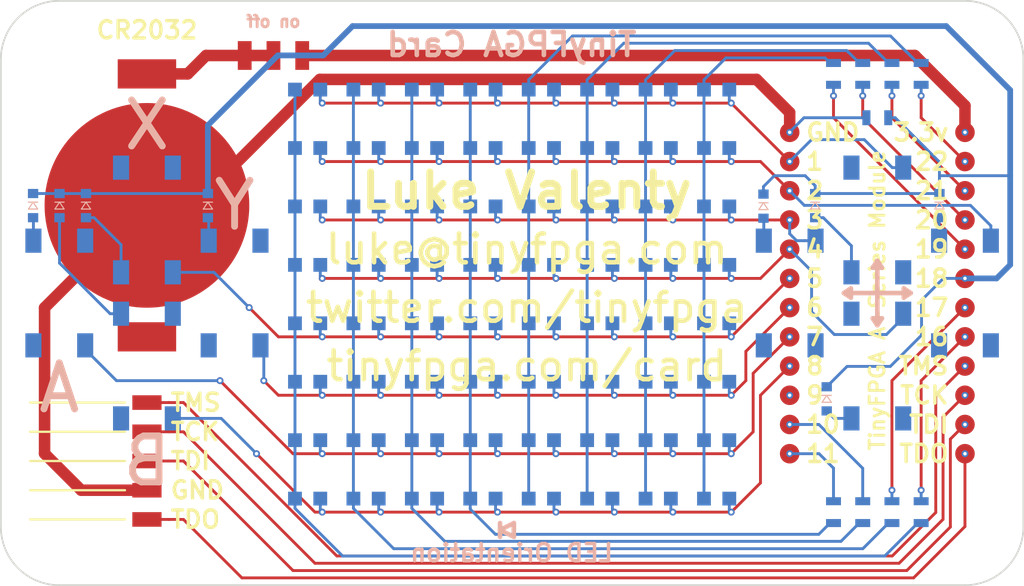
<source format=kicad_pcb>
(kicad_pcb (version 4) (host pcbnew 4.0.7)
  (layers (0 F.Cu signal) (31 B.Cu signal) (34 B.Paste user) (35 F.Paste user) (36 B.SilkS user) (37 F.SilkS user) (38 B.Mask user) (39 F.Mask user) (44 Edge.Cuts user))
  (net 0 "")
  (net 1 "Net-(D1-Pad1)")
  (net 2 "Net-(D10-Pad1)")
  (net 3 "Net-(D17-Pad1)")
  (net 4 "Net-(D25-Pad1)")
  (net 5 "Net-(D33-Pad1)")
  (net 6 "Net-(D41-Pad1)")
  (net 7 "Net-(D49-Pad1)")
  (net 8 "Net-(D57-Pad1)")
  (net 9 "Net-(J1-Pad10)")
  (net 10 ROW_0)
  (net 11 ROW_1)
  (net 12 ROW_2)
  (net 13 ROW_3)
  (net 14 ROW_4)
  (net 15 ROW_5)
  (net 16 ROW_6)
  (net 17 ROW_7)
  (net 18 GND)
  (net 19 TMS)
  (net 20 TCK)
  (net 21 TDI)
  (net 22 TDO)
  (net 23 COL_0)
  (net 24 COL_1)
  (net 25 COL_2)
  (net 26 COL_3)
  (net 27 COL_4)
  (net 28 COL_5)
  (net 29 COL_6)
  (net 30 COL_7)
  (net 31 +BATT)
  (net 32 SW)
  (net 33 "Net-(J4-Pad2)")
  (net 34 "Net-(D65-Pad2)")
  (net 35 "Net-(D66-Pad2)")
  (net 36 "Net-(D67-Pad2)")
  (net 37 "Net-(D68-Pad2)")
  (net 38 "Net-(D69-Pad2)")
  (net 39 "Net-(D70-Pad2)")
  (net 40 "Net-(D71-Pad2)")
  (net 41 "Net-(D72-Pad2)")
  (module Diodes_SMD:D_0805 (layer B.Cu) (at 106.7 94 270)
    (fp_text reference D72)
    (fp_text value D_Small)
    (pad 1 smd rect (at -1.05 0 270) (size 0.8 0.9) (layers B.Cu B.Paste B.Mask) (net 32 SW))
    (pad 2 smd rect (at 1.05 0 270) (size 0.8 0.9) (layers B.Cu B.Paste B.Mask) (net 41 "Net-(D72-Pad2)"))
  )
  (module Diodes_SMD:D_0805 (layer B.Cu) (at 104.4 94 270)
    (fp_text reference D71)
    (fp_text value D_Small)
    (pad 1 smd rect (at -1.05 0 270) (size 0.8 0.9) (layers B.Cu B.Paste B.Mask) (net 32 SW))
    (pad 2 smd rect (at 1.05 0 270) (size 0.8 0.9) (layers B.Cu B.Paste B.Mask) (net 40 "Net-(D71-Pad2)"))
  )
  (module Diodes_SMD:D_0805 (layer B.Cu) (at 119.6 94 270)
    (fp_text reference D70)
    (fp_text value D_Small)
    (pad 1 smd rect (at -1.05 0 270) (size 0.8 0.9) (layers B.Cu B.Paste B.Mask) (net 32 SW))
    (pad 2 smd rect (at 1.05 0 270) (size 0.8 0.9) (layers B.Cu B.Paste B.Mask) (net 39 "Net-(D70-Pad2)"))
  )
  (module Diodes_SMD:D_0805 (layer B.Cu) (at 109 94 270)
    (fp_text reference D69)
    (fp_text value D_Small)
    (pad 1 smd rect (at -1.05 0 270) (size 0.8 0.9) (layers B.Cu B.Paste B.Mask) (net 32 SW))
    (pad 2 smd rect (at 1.05 0 270) (size 0.8 0.9) (layers B.Cu B.Paste B.Mask) (net 38 "Net-(D69-Pad2)"))
  )
  (module Diodes_SMD:D_0805 (layer B.Cu) (at 173.4 110.8 270)
    (fp_text reference D68)
    (fp_text value D_Small)
    (pad 1 smd rect (at -1.05 0 270) (size 0.8 0.9) (layers B.Cu B.Paste B.Mask) (net 32 SW))
    (pad 2 smd rect (at 1.05 0 270) (size 0.8 0.9) (layers B.Cu B.Paste B.Mask) (net 37 "Net-(D68-Pad2)"))
  )
  (module Diodes_SMD:D_0805 (layer B.Cu) (at 167.9 94.05 270)
    (fp_text reference D67)
    (fp_text value D_Small)
    (pad 1 smd rect (at -1.05 0 270) (size 0.8 0.9) (layers B.Cu B.Paste B.Mask) (net 32 SW))
    (pad 2 smd rect (at 1.05 0 270) (size 0.8 0.9) (layers B.Cu B.Paste B.Mask) (net 36 "Net-(D67-Pad2)"))
  )
  (module Diodes_SMD:D_0805 (layer B.Cu) (at 183.2 94 270)
    (fp_text reference D66)
    (fp_text value D_Small)
    (pad 1 smd rect (at -1.05 0 270) (size 0.8 0.9) (layers B.Cu B.Paste B.Mask) (net 32 SW))
    (pad 2 smd rect (at 1.05 0 270) (size 0.8 0.9) (layers B.Cu B.Paste B.Mask) (net 35 "Net-(D66-Pad2)"))
  )
  (module Diodes_SMD:D_0805 (layer B.Cu) (at 172.4 94 270)
    (fp_text reference D65)
    (fp_text value D_Small)
    (pad 1 smd rect (at -1.05 0 270) (size 0.8 0.9) (layers B.Cu B.Paste B.Mask) (net 32 SW))
    (pad 2 smd rect (at 1.05 0 270) (size 0.8 0.9) (layers B.Cu B.Paste B.Mask) (net 34 "Net-(D65-Pad2)"))
  )
  (module Resistors_SMD:R_0805 (layer B.Cu) (at 177.8 86.36)
    (fp_text reference R9)
    (fp_text value R_Small)
    (pad 1 smd rect (at -0.95 0) (size 0.7 1.3) (layers B.Cu B.Paste B.Mask) (net 18 GND))
    (pad 2 smd rect (at 0.95 0) (size 0.7 1.3) (layers B.Cu B.Paste B.Mask) (net 32 SW))
  )
  (module tinyfpga_boards:TE_CON_SWITCH_FSM4JSMATR (layer B.Cu) (at 121.92 101.6)
    (fp_text reference SW6)
    (fp_text value SW_Push)
    (pad 1 smd rect (at -2.25 4.55) (size 1.4 2.1) (layers B.Cu B.Paste B.Mask) (net 39 "Net-(D70-Pad2)"))
    (pad 1 smd rect (at -2.25 -4.55) (size 1.4 2.1) (layers B.Cu B.Paste B.Mask) (net 39 "Net-(D70-Pad2)"))
    (pad 2 smd rect (at 2.25 4.55) (size 1.4 2.1) (layers B.Cu B.Paste B.Mask) (net 15 ROW_5))
    (pad 2 smd rect (at 2.25 -4.55) (size 1.4 2.1) (layers B.Cu B.Paste B.Mask) (net 15 ROW_5))
  )
  (module tinyfpga_boards:TE_CON_SWITCH_FSM4JSMATR (layer B.Cu) (at 114.3 107.95)
    (fp_text reference SW8)
    (fp_text value SW_Push)
    (pad 1 smd rect (at -2.25 4.55) (size 1.4 2.1) (layers B.Cu B.Paste B.Mask) (net 41 "Net-(D72-Pad2)"))
    (pad 1 smd rect (at -2.25 -4.55) (size 1.4 2.1) (layers B.Cu B.Paste B.Mask) (net 41 "Net-(D72-Pad2)"))
    (pad 2 smd rect (at 2.25 4.55) (size 1.4 2.1) (layers B.Cu B.Paste B.Mask) (net 17 ROW_7))
    (pad 2 smd rect (at 2.25 -4.55) (size 1.4 2.1) (layers B.Cu B.Paste B.Mask) (net 17 ROW_7))
  )
  (module tinyfpga_boards:TE_CON_SWITCH_FSM4JSMATR (layer B.Cu) (at 106.68 101.6)
    (fp_text reference SW7)
    (fp_text value SW_Push)
    (pad 1 smd rect (at -2.25 4.55) (size 1.4 2.1) (layers B.Cu B.Paste B.Mask) (net 40 "Net-(D71-Pad2)"))
    (pad 1 smd rect (at -2.25 -4.55) (size 1.4 2.1) (layers B.Cu B.Paste B.Mask) (net 40 "Net-(D71-Pad2)"))
    (pad 2 smd rect (at 2.25 4.55) (size 1.4 2.1) (layers B.Cu B.Paste B.Mask) (net 16 ROW_6))
    (pad 2 smd rect (at 2.25 -4.55) (size 1.4 2.1) (layers B.Cu B.Paste B.Mask) (net 16 ROW_6))
  )
  (module tinyfpga_boards:TE_CON_SWITCH_FSM4JSMATR (layer B.Cu) (at 114.3 95.25)
    (fp_text reference SW5)
    (fp_text value SW_Push)
    (pad 1 smd rect (at -2.25 4.55) (size 1.4 2.1) (layers B.Cu B.Paste B.Mask) (net 38 "Net-(D69-Pad2)"))
    (pad 1 smd rect (at -2.25 -4.55) (size 1.4 2.1) (layers B.Cu B.Paste B.Mask) (net 38 "Net-(D69-Pad2)"))
    (pad 2 smd rect (at 2.25 4.55) (size 1.4 2.1) (layers B.Cu B.Paste B.Mask) (net 14 ROW_4))
    (pad 2 smd rect (at 2.25 -4.55) (size 1.4 2.1) (layers B.Cu B.Paste B.Mask) (net 14 ROW_4))
  )
  (module tinyfpga_boards:TE_CON_SWITCH_FSM4JSMATR (layer B.Cu) (at 170.18 101.6)
    (fp_text reference SW3)
    (fp_text value SW_Push)
    (pad 1 smd rect (at -2.25 4.55) (size 1.4 2.1) (layers B.Cu B.Paste B.Mask) (net 36 "Net-(D67-Pad2)"))
    (pad 1 smd rect (at -2.25 -4.55) (size 1.4 2.1) (layers B.Cu B.Paste B.Mask) (net 36 "Net-(D67-Pad2)"))
    (pad 2 smd rect (at 2.25 4.55) (size 1.4 2.1) (layers B.Cu B.Paste B.Mask) (net 12 ROW_2))
    (pad 2 smd rect (at 2.25 -4.55) (size 1.4 2.1) (layers B.Cu B.Paste B.Mask) (net 12 ROW_2))
  )
  (module tinyfpga_boards:TE_CON_SWITCH_FSM4JSMATR (layer B.Cu) (at 185.42 101.6)
    (fp_text reference SW2)
    (fp_text value SW_Push)
    (pad 1 smd rect (at -2.25 4.55) (size 1.4 2.1) (layers B.Cu B.Paste B.Mask) (net 35 "Net-(D66-Pad2)"))
    (pad 1 smd rect (at -2.25 -4.55) (size 1.4 2.1) (layers B.Cu B.Paste B.Mask) (net 35 "Net-(D66-Pad2)"))
    (pad 2 smd rect (at 2.25 4.55) (size 1.4 2.1) (layers B.Cu B.Paste B.Mask) (net 11 ROW_1))
    (pad 2 smd rect (at 2.25 -4.55) (size 1.4 2.1) (layers B.Cu B.Paste B.Mask) (net 11 ROW_1))
  )
  (module tinyfpga_boards:TE_CON_SWITCH_FSM4JSMATR (layer B.Cu) (at 177.8 95.25)
    (fp_text reference SW1)
    (fp_text value SW_Push)
    (pad 1 smd rect (at -2.25 4.55) (size 1.4 2.1) (layers B.Cu B.Paste B.Mask) (net 34 "Net-(D65-Pad2)"))
    (pad 1 smd rect (at -2.25 -4.55) (size 1.4 2.1) (layers B.Cu B.Paste B.Mask) (net 34 "Net-(D65-Pad2)"))
    (pad 2 smd rect (at 2.25 4.55) (size 1.4 2.1) (layers B.Cu B.Paste B.Mask) (net 10 ROW_0))
    (pad 2 smd rect (at 2.25 -4.55) (size 1.4 2.1) (layers B.Cu B.Paste B.Mask) (net 10 ROW_0))
  )
  (module tinyfpga_boards:TE_CON_SWITCH_FSM4JSMATR (layer B.Cu) (at 177.8 107.95)
    (fp_text reference SW4)
    (fp_text value SW_Push)
    (pad 1 smd rect (at -2.25 4.55) (size 1.4 2.1) (layers B.Cu B.Paste B.Mask) (net 37 "Net-(D68-Pad2)"))
    (pad 1 smd rect (at -2.25 -4.55) (size 1.4 2.1) (layers B.Cu B.Paste B.Mask) (net 37 "Net-(D68-Pad2)"))
    (pad 2 smd rect (at 2.25 4.55) (size 1.4 2.1) (layers B.Cu B.Paste B.Mask) (net 13 ROW_3))
    (pad 2 smd rect (at 2.25 -4.55) (size 1.4 2.1) (layers B.Cu B.Paste B.Mask) (net 13 ROW_3))
  )
  (module Pin_Headers:Pin_Header_Angled_1x05_Pitch2.54mm (layer F.Cu) (at 114.3 121.285 180)
    (fp_text reference J3 hide)
    (fp_text value Conn_01x05)
    (pad 1 smd rect (at 0 0 180) (size 2.54 1.27) (layers F.Cu F.Paste F.Mask) (net 22 TDO))
    (pad 2 smd rect (at 0 2.54 180) (size 2.54 1.27) (layers F.Cu F.Paste F.Mask) (net 18 GND))
    (pad 3 smd rect (at 0 5.08 180) (size 2.54 1.27) (layers F.Cu F.Paste F.Mask) (net 21 TDI))
    (pad 4 smd rect (at 0 7.62 180) (size 2.54 1.27) (layers F.Cu F.Paste F.Mask) (net 20 TCK))
    (pad 5 smd rect (at 0 10.16 180) (size 2.54 1.27) (layers F.Cu F.Paste F.Mask) (net 19 TMS))
  )
  (module tinyfpga_boards:BAT-HLD-001 (layer F.Cu) (at 114.3 93.98 90)
    (fp_text reference J4)
    (fp_text value Conn_01x02)
    (pad 1 smd circle (at 0 0 90) (size 17.8 17.8) (layers F.Cu F.Paste F.Mask) (net 18 GND))
    (pad 2 smd rect (at 11.43 0 90) (size 2.54 5.08) (layers F.Cu F.Paste F.Mask) (net 33 "Net-(J4-Pad2)"))
    (pad 2 smd rect (at -11.43 0 90) (size 2.54 5.08) (layers F.Cu F.Paste F.Mask) (net 33 "Net-(J4-Pad2)"))
  )
  (module Resistors_SMD:R_0805 (layer B.Cu) (at 181.61 120.65 90)
    (fp_text reference R8)
    (fp_text value R_Small)
    (pad 1 smd rect (at -0.95 0 90) (size 0.7 1.3) (layers B.Cu B.Paste B.Mask) (net 8 "Net-(D57-Pad1)"))
    (pad 2 smd rect (at 0.95 0 90) (size 0.7 1.3) (layers B.Cu B.Paste B.Mask) (net 30 COL_7))
  )
  (module Resistors_SMD:R_0805 (layer B.Cu) (at 179.07 120.65 90)
    (fp_text reference R7)
    (fp_text value R_Small)
    (pad 1 smd rect (at -0.95 0 90) (size 0.7 1.3) (layers B.Cu B.Paste B.Mask) (net 7 "Net-(D49-Pad1)"))
    (pad 2 smd rect (at 0.95 0 90) (size 0.7 1.3) (layers B.Cu B.Paste B.Mask) (net 29 COL_6))
  )
  (module Resistors_SMD:R_0805 (layer B.Cu) (at 176.53 120.65 90)
    (fp_text reference R6)
    (fp_text value R_Small)
    (pad 1 smd rect (at -0.95 0 90) (size 0.7 1.3) (layers B.Cu B.Paste B.Mask) (net 6 "Net-(D41-Pad1)"))
    (pad 2 smd rect (at 0.95 0 90) (size 0.7 1.3) (layers B.Cu B.Paste B.Mask) (net 28 COL_5))
  )
  (module Resistors_SMD:R_0805 (layer B.Cu) (at 173.99 120.65 90)
    (fp_text reference R5)
    (fp_text value R_Small)
    (pad 1 smd rect (at -0.95 0 90) (size 0.7 1.3) (layers B.Cu B.Paste B.Mask) (net 5 "Net-(D33-Pad1)"))
    (pad 2 smd rect (at 0.95 0 90) (size 0.7 1.3) (layers B.Cu B.Paste B.Mask) (net 27 COL_4))
  )
  (module Resistors_SMD:R_0805 (layer B.Cu) (at 181.61 82.55 270)
    (fp_text reference R4)
    (fp_text value R_Small)
    (pad 1 smd rect (at -0.95 0 270) (size 0.7 1.3) (layers B.Cu B.Paste B.Mask) (net 4 "Net-(D25-Pad1)"))
    (pad 2 smd rect (at 0.95 0 270) (size 0.7 1.3) (layers B.Cu B.Paste B.Mask) (net 26 COL_3))
  )
  (module Resistors_SMD:R_0805 (layer B.Cu) (at 179.07 82.55 270)
    (fp_text reference R3)
    (fp_text value R_Small)
    (pad 1 smd rect (at -0.95 0 270) (size 0.7 1.3) (layers B.Cu B.Paste B.Mask) (net 3 "Net-(D17-Pad1)"))
    (pad 2 smd rect (at 0.95 0 270) (size 0.7 1.3) (layers B.Cu B.Paste B.Mask) (net 25 COL_2))
  )
  (module Resistors_SMD:R_0805 (layer B.Cu) (at 176.53 82.55 270)
    (fp_text reference R2)
    (fp_text value R_Small)
    (pad 1 smd rect (at -0.95 0 270) (size 0.7 1.3) (layers B.Cu B.Paste B.Mask) (net 2 "Net-(D10-Pad1)"))
    (pad 2 smd rect (at 0.95 0 270) (size 0.7 1.3) (layers B.Cu B.Paste B.Mask) (net 24 COL_1))
  )
  (module Resistors_SMD:R_0805 (layer B.Cu) (at 173.99 82.55 270)
    (fp_text reference R1)
    (fp_text value R_Small)
    (pad 1 smd rect (at -0.95 0 270) (size 0.7 1.3) (layers B.Cu B.Paste B.Mask) (net 1 "Net-(D1-Pad1)"))
    (pad 2 smd rect (at 0.95 0 270) (size 0.7 1.3) (layers B.Cu B.Paste B.Mask) (net 23 COL_0))
  )
  (module tinyfpga_boards:SMD_header_12 (layer F.Cu) (at 185.42 87.63)
    (fp_text reference J2 hide)
    (fp_text value Conn_01x12)
    (pad 1 smd circle (at 0 0) (size 1.7 1.7) (layers F.Cu F.Paste F.Mask) (net 31 +BATT))
    (pad 2 smd oval (at 0 2.54) (size 1.7 1.7) (layers F.Cu F.Paste F.Mask) (net 26 COL_3))
    (pad 3 smd oval (at 0 5.08) (size 1.7 1.7) (layers F.Cu F.Paste F.Mask) (net 25 COL_2))
    (pad 4 smd oval (at 0 7.62) (size 1.7 1.7) (layers F.Cu F.Paste F.Mask) (net 24 COL_1))
    (pad 5 smd oval (at 0 10.16) (size 1.7 1.7) (layers F.Cu F.Paste F.Mask) (net 23 COL_0))
    (pad 6 smd oval (at 0 12.7) (size 1.7 1.7) (layers F.Cu F.Paste F.Mask) (net 32 SW))
    (pad 7 smd oval (at 0 15.24) (size 1.7 1.7) (layers F.Cu F.Paste F.Mask) (net 29 COL_6))
    (pad 8 smd oval (at 0 17.78) (size 1.7 1.7) (layers F.Cu F.Paste F.Mask) (net 30 COL_7))
    (pad 9 smd oval (at 0 20.32) (size 1.7 1.7) (layers F.Cu F.Paste F.Mask) (net 19 TMS))
    (pad 10 smd oval (at 0 22.86) (size 1.7 1.7) (layers F.Cu F.Paste F.Mask) (net 20 TCK))
    (pad 11 smd oval (at 0 25.4) (size 1.7 1.7) (layers F.Cu F.Paste F.Mask) (net 21 TDI))
    (pad 12 smd oval (at 0 27.94) (size 1.7 1.7) (layers F.Cu F.Paste F.Mask) (net 22 TDO))
    (pad 1 thru_hole oval (at 0 0) (size 0.6 0.6) (drill 0.3) (layers *.Cu *.Mask) (net 31 +BATT))
    (pad 2 thru_hole oval (at 0 2.54) (size 0.6 0.6) (drill 0.3) (layers *.Cu *.Mask) (net 26 COL_3))
    (pad 3 thru_hole oval (at 0 5.08) (size 0.6 0.6) (drill 0.3) (layers *.Cu *.Mask) (net 25 COL_2))
    (pad 4 thru_hole oval (at 0 7.62) (size 0.6 0.6) (drill 0.3) (layers *.Cu *.Mask) (net 24 COL_1))
    (pad 5 thru_hole oval (at 0 10.16) (size 0.6 0.6) (drill 0.3) (layers *.Cu *.Mask) (net 23 COL_0))
    (pad 6 thru_hole oval (at 0 12.7) (size 0.6 0.6) (drill 0.3) (layers *.Cu *.Mask) (net 32 SW))
    (pad 7 thru_hole oval (at 0 15.24) (size 0.6 0.6) (drill 0.3) (layers *.Cu *.Mask) (net 29 COL_6))
    (pad 8 thru_hole oval (at 0 17.78) (size 0.6 0.6) (drill 0.3) (layers *.Cu *.Mask) (net 30 COL_7))
    (pad 9 thru_hole oval (at 0 20.32) (size 0.6 0.6) (drill 0.3) (layers *.Cu *.Mask) (net 19 TMS))
    (pad 10 thru_hole oval (at 0 22.86) (size 0.6 0.6) (drill 0.3) (layers *.Cu *.Mask) (net 20 TCK))
    (pad 11 thru_hole oval (at 0 25.4) (size 0.6 0.6) (drill 0.3) (layers *.Cu *.Mask) (net 21 TDI))
    (pad 12 thru_hole oval (at 0 27.94) (size 0.6 0.6) (drill 0.3) (layers *.Cu *.Mask) (net 22 TDO))
  )
  (module tinyfpga_boards:SMD_header_12 (layer F.Cu) (at 170.18 87.63)
    (fp_text reference J1 hide)
    (fp_text value Conn_01x12)
    (pad 1 smd circle (at 0 0) (size 1.7 1.7) (layers F.Cu F.Paste F.Mask) (net 18 GND))
    (pad 2 smd oval (at 0 2.54) (size 1.7 1.7) (layers F.Cu F.Paste F.Mask) (net 10 ROW_0))
    (pad 3 smd oval (at 0 5.08) (size 1.7 1.7) (layers F.Cu F.Paste F.Mask) (net 11 ROW_1))
    (pad 4 smd oval (at 0 7.62) (size 1.7 1.7) (layers F.Cu F.Paste F.Mask) (net 12 ROW_2))
    (pad 5 smd oval (at 0 10.16) (size 1.7 1.7) (layers F.Cu F.Paste F.Mask) (net 13 ROW_3))
    (pad 6 smd oval (at 0 12.7) (size 1.7 1.7) (layers F.Cu F.Paste F.Mask) (net 14 ROW_4))
    (pad 7 smd oval (at 0 15.24) (size 1.7 1.7) (layers F.Cu F.Paste F.Mask) (net 15 ROW_5))
    (pad 8 smd oval (at 0 17.78) (size 1.7 1.7) (layers F.Cu F.Paste F.Mask) (net 16 ROW_6))
    (pad 9 smd oval (at 0 20.32) (size 1.7 1.7) (layers F.Cu F.Paste F.Mask) (net 17 ROW_7))
    (pad 10 smd oval (at 0 22.86) (size 1.7 1.7) (layers F.Cu F.Paste F.Mask) (net 9 "Net-(J1-Pad10)"))
    (pad 11 smd oval (at 0 25.4) (size 1.7 1.7) (layers F.Cu F.Paste F.Mask) (net 28 COL_5))
    (pad 12 smd oval (at 0 27.94) (size 1.7 1.7) (layers F.Cu F.Paste F.Mask) (net 27 COL_4))
    (pad 1 thru_hole oval (at 0 0) (size 0.6 0.6) (drill 0.3) (layers *.Cu *.Mask) (net 18 GND))
    (pad 2 thru_hole oval (at 0 2.54) (size 0.6 0.6) (drill 0.3) (layers *.Cu *.Mask) (net 10 ROW_0))
    (pad 3 thru_hole oval (at 0 5.08) (size 0.6 0.6) (drill 0.3) (layers *.Cu *.Mask) (net 11 ROW_1))
    (pad 4 thru_hole oval (at 0 7.62) (size 0.6 0.6) (drill 0.3) (layers *.Cu *.Mask) (net 12 ROW_2))
    (pad 5 thru_hole oval (at 0 10.16) (size 0.6 0.6) (drill 0.3) (layers *.Cu *.Mask) (net 13 ROW_3))
    (pad 6 thru_hole oval (at 0 12.7) (size 0.6 0.6) (drill 0.3) (layers *.Cu *.Mask) (net 14 ROW_4))
    (pad 7 thru_hole oval (at 0 15.24) (size 0.6 0.6) (drill 0.3) (layers *.Cu *.Mask) (net 15 ROW_5))
    (pad 8 thru_hole oval (at 0 17.78) (size 0.6 0.6) (drill 0.3) (layers *.Cu *.Mask) (net 16 ROW_6))
    (pad 9 thru_hole oval (at 0 20.32) (size 0.6 0.6) (drill 0.3) (layers *.Cu *.Mask) (net 17 ROW_7))
    (pad 10 thru_hole oval (at 0 22.86) (size 0.6 0.6) (drill 0.3) (layers *.Cu *.Mask) (net 9 "Net-(J1-Pad10)"))
    (pad 11 thru_hole oval (at 0 25.4) (size 0.6 0.6) (drill 0.3) (layers *.Cu *.Mask) (net 28 COL_5))
    (pad 12 thru_hole oval (at 0 27.94) (size 0.6 0.6) (drill 0.3) (layers *.Cu *.Mask) (net 27 COL_4))
  )
  (module tinyfpga_boards:LED_0805_NOSILK (layer B.Cu) (at 163.83 83.913546)
    (fp_text reference D1 hide)
    (fp_text value LED hide)
    (pad 2 smd rect (at 1.1 0 180) (size 1.2 1.2) (layers B.Cu B.Paste B.Mask) (net 10 ROW_0))
    (pad 1 smd rect (at -1.1 0 180) (size 1.2 1.2) (layers B.Cu B.Paste B.Mask) (net 1 "Net-(D1-Pad1)"))
  )
  (module tinyfpga_boards:LED_0805_NOSILK (layer B.Cu) (at 163.83 88.993546)
    (fp_text reference D2 hide)
    (fp_text value LED hide)
    (pad 2 smd rect (at 1.1 0 180) (size 1.2 1.2) (layers B.Cu B.Paste B.Mask) (net 11 ROW_1))
    (pad 1 smd rect (at -1.1 0 180) (size 1.2 1.2) (layers B.Cu B.Paste B.Mask) (net 1 "Net-(D1-Pad1)"))
  )
  (module tinyfpga_boards:LED_0805_NOSILK (layer B.Cu) (at 163.83 94.073546)
    (fp_text reference D3 hide)
    (fp_text value LED hide)
    (pad 2 smd rect (at 1.1 0 180) (size 1.2 1.2) (layers B.Cu B.Paste B.Mask) (net 12 ROW_2))
    (pad 1 smd rect (at -1.1 0 180) (size 1.2 1.2) (layers B.Cu B.Paste B.Mask) (net 1 "Net-(D1-Pad1)"))
  )
  (module tinyfpga_boards:LED_0805_NOSILK (layer B.Cu) (at 163.83 99.153546)
    (fp_text reference D4 hide)
    (fp_text value LED hide)
    (pad 2 smd rect (at 1.1 0 180) (size 1.2 1.2) (layers B.Cu B.Paste B.Mask) (net 13 ROW_3))
    (pad 1 smd rect (at -1.1 0 180) (size 1.2 1.2) (layers B.Cu B.Paste B.Mask) (net 1 "Net-(D1-Pad1)"))
  )
  (module tinyfpga_boards:LED_0805_NOSILK (layer B.Cu) (at 163.83 104.233546)
    (fp_text reference D5 hide)
    (fp_text value LED hide)
    (pad 2 smd rect (at 1.1 0 180) (size 1.2 1.2) (layers B.Cu B.Paste B.Mask) (net 14 ROW_4))
    (pad 1 smd rect (at -1.1 0 180) (size 1.2 1.2) (layers B.Cu B.Paste B.Mask) (net 1 "Net-(D1-Pad1)"))
  )
  (module tinyfpga_boards:LED_0805_NOSILK (layer B.Cu) (at 163.83 109.313546)
    (fp_text reference D6 hide)
    (fp_text value LED hide)
    (pad 2 smd rect (at 1.1 0 180) (size 1.2 1.2) (layers B.Cu B.Paste B.Mask) (net 15 ROW_5))
    (pad 1 smd rect (at -1.1 0 180) (size 1.2 1.2) (layers B.Cu B.Paste B.Mask) (net 1 "Net-(D1-Pad1)"))
  )
  (module tinyfpga_boards:LED_0805_NOSILK (layer B.Cu) (at 163.83 114.393546)
    (fp_text reference D7 hide)
    (fp_text value LED hide)
    (pad 2 smd rect (at 1.1 0 180) (size 1.2 1.2) (layers B.Cu B.Paste B.Mask) (net 16 ROW_6))
    (pad 1 smd rect (at -1.1 0 180) (size 1.2 1.2) (layers B.Cu B.Paste B.Mask) (net 1 "Net-(D1-Pad1)"))
  )
  (module tinyfpga_boards:LED_0805_NOSILK (layer B.Cu) (at 163.83 119.473546)
    (fp_text reference D8 hide)
    (fp_text value LED hide)
    (pad 2 smd rect (at 1.1 0 180) (size 1.2 1.2) (layers B.Cu B.Paste B.Mask) (net 17 ROW_7))
    (pad 1 smd rect (at -1.1 0 180) (size 1.2 1.2) (layers B.Cu B.Paste B.Mask) (net 1 "Net-(D1-Pad1)"))
  )
  (module tinyfpga_boards:LED_0805_NOSILK (layer B.Cu) (at 158.75 83.913546)
    (fp_text reference D9 hide)
    (fp_text value LED hide)
    (pad 2 smd rect (at 1.1 0 180) (size 1.2 1.2) (layers B.Cu B.Paste B.Mask) (net 10 ROW_0))
    (pad 1 smd rect (at -1.1 0 180) (size 1.2 1.2) (layers B.Cu B.Paste B.Mask) (net 2 "Net-(D10-Pad1)"))
  )
  (module tinyfpga_boards:LED_0805_NOSILK (layer B.Cu) (at 158.75 88.993546)
    (fp_text reference D10 hide)
    (fp_text value LED hide)
    (pad 2 smd rect (at 1.1 0 180) (size 1.2 1.2) (layers B.Cu B.Paste B.Mask) (net 11 ROW_1))
    (pad 1 smd rect (at -1.1 0 180) (size 1.2 1.2) (layers B.Cu B.Paste B.Mask) (net 2 "Net-(D10-Pad1)"))
  )
  (module tinyfpga_boards:LED_0805_NOSILK (layer B.Cu) (at 158.75 94.073546)
    (fp_text reference D11 hide)
    (fp_text value LED hide)
    (pad 2 smd rect (at 1.1 0 180) (size 1.2 1.2) (layers B.Cu B.Paste B.Mask) (net 12 ROW_2))
    (pad 1 smd rect (at -1.1 0 180) (size 1.2 1.2) (layers B.Cu B.Paste B.Mask) (net 2 "Net-(D10-Pad1)"))
  )
  (module tinyfpga_boards:LED_0805_NOSILK (layer B.Cu) (at 158.75 99.153546)
    (fp_text reference D12 hide)
    (fp_text value LED hide)
    (pad 2 smd rect (at 1.1 0 180) (size 1.2 1.2) (layers B.Cu B.Paste B.Mask) (net 13 ROW_3))
    (pad 1 smd rect (at -1.1 0 180) (size 1.2 1.2) (layers B.Cu B.Paste B.Mask) (net 2 "Net-(D10-Pad1)"))
  )
  (module tinyfpga_boards:LED_0805_NOSILK (layer B.Cu) (at 158.75 104.233546)
    (fp_text reference D13 hide)
    (fp_text value LED hide)
    (pad 2 smd rect (at 1.1 0 180) (size 1.2 1.2) (layers B.Cu B.Paste B.Mask) (net 14 ROW_4))
    (pad 1 smd rect (at -1.1 0 180) (size 1.2 1.2) (layers B.Cu B.Paste B.Mask) (net 2 "Net-(D10-Pad1)"))
  )
  (module tinyfpga_boards:LED_0805_NOSILK (layer B.Cu) (at 158.75 109.313546)
    (fp_text reference D14 hide)
    (fp_text value LED hide)
    (pad 2 smd rect (at 1.1 0 180) (size 1.2 1.2) (layers B.Cu B.Paste B.Mask) (net 15 ROW_5))
    (pad 1 smd rect (at -1.1 0 180) (size 1.2 1.2) (layers B.Cu B.Paste B.Mask) (net 2 "Net-(D10-Pad1)"))
  )
  (module tinyfpga_boards:LED_0805_NOSILK (layer B.Cu) (at 158.75 114.393546)
    (fp_text reference D15 hide)
    (fp_text value LED hide)
    (pad 2 smd rect (at 1.1 0 180) (size 1.2 1.2) (layers B.Cu B.Paste B.Mask) (net 16 ROW_6))
    (pad 1 smd rect (at -1.1 0 180) (size 1.2 1.2) (layers B.Cu B.Paste B.Mask) (net 2 "Net-(D10-Pad1)"))
  )
  (module tinyfpga_boards:LED_0805_NOSILK (layer B.Cu) (at 158.75 119.473546)
    (fp_text reference D16 hide)
    (fp_text value LED hide)
    (pad 2 smd rect (at 1.1 0 180) (size 1.2 1.2) (layers B.Cu B.Paste B.Mask) (net 17 ROW_7))
    (pad 1 smd rect (at -1.1 0 180) (size 1.2 1.2) (layers B.Cu B.Paste B.Mask) (net 2 "Net-(D10-Pad1)"))
  )
  (module tinyfpga_boards:LED_0805_NOSILK (layer B.Cu) (at 153.67 83.913546)
    (fp_text reference D17 hide)
    (fp_text value LED hide)
    (pad 2 smd rect (at 1.1 0 180) (size 1.2 1.2) (layers B.Cu B.Paste B.Mask) (net 10 ROW_0))
    (pad 1 smd rect (at -1.1 0 180) (size 1.2 1.2) (layers B.Cu B.Paste B.Mask) (net 3 "Net-(D17-Pad1)"))
  )
  (module tinyfpga_boards:LED_0805_NOSILK (layer B.Cu) (at 153.67 88.993546)
    (fp_text reference D18 hide)
    (fp_text value LED hide)
    (pad 2 smd rect (at 1.1 0 180) (size 1.2 1.2) (layers B.Cu B.Paste B.Mask) (net 11 ROW_1))
    (pad 1 smd rect (at -1.1 0 180) (size 1.2 1.2) (layers B.Cu B.Paste B.Mask) (net 3 "Net-(D17-Pad1)"))
  )
  (module tinyfpga_boards:LED_0805_NOSILK (layer B.Cu) (at 153.67 94.073546)
    (fp_text reference D19 hide)
    (fp_text value LED hide)
    (pad 2 smd rect (at 1.1 0 180) (size 1.2 1.2) (layers B.Cu B.Paste B.Mask) (net 12 ROW_2))
    (pad 1 smd rect (at -1.1 0 180) (size 1.2 1.2) (layers B.Cu B.Paste B.Mask) (net 3 "Net-(D17-Pad1)"))
  )
  (module tinyfpga_boards:LED_0805_NOSILK (layer B.Cu) (at 153.67 99.153546)
    (fp_text reference D20 hide)
    (fp_text value LED hide)
    (pad 2 smd rect (at 1.1 0 180) (size 1.2 1.2) (layers B.Cu B.Paste B.Mask) (net 13 ROW_3))
    (pad 1 smd rect (at -1.1 0 180) (size 1.2 1.2) (layers B.Cu B.Paste B.Mask) (net 3 "Net-(D17-Pad1)"))
  )
  (module tinyfpga_boards:LED_0805_NOSILK (layer B.Cu) (at 153.67 104.233546)
    (fp_text reference D21 hide)
    (fp_text value LED hide)
    (pad 2 smd rect (at 1.1 0 180) (size 1.2 1.2) (layers B.Cu B.Paste B.Mask) (net 14 ROW_4))
    (pad 1 smd rect (at -1.1 0 180) (size 1.2 1.2) (layers B.Cu B.Paste B.Mask) (net 3 "Net-(D17-Pad1)"))
  )
  (module tinyfpga_boards:LED_0805_NOSILK (layer B.Cu) (at 153.67 109.313546)
    (fp_text reference D22 hide)
    (fp_text value LED hide)
    (pad 2 smd rect (at 1.1 0 180) (size 1.2 1.2) (layers B.Cu B.Paste B.Mask) (net 15 ROW_5))
    (pad 1 smd rect (at -1.1 0 180) (size 1.2 1.2) (layers B.Cu B.Paste B.Mask) (net 3 "Net-(D17-Pad1)"))
  )
  (module tinyfpga_boards:LED_0805_NOSILK (layer B.Cu) (at 153.67 114.393546)
    (fp_text reference D23 hide)
    (fp_text value LED hide)
    (pad 2 smd rect (at 1.1 0 180) (size 1.2 1.2) (layers B.Cu B.Paste B.Mask) (net 16 ROW_6))
    (pad 1 smd rect (at -1.1 0 180) (size 1.2 1.2) (layers B.Cu B.Paste B.Mask) (net 3 "Net-(D17-Pad1)"))
  )
  (module tinyfpga_boards:LED_0805_NOSILK (layer B.Cu) (at 153.67 119.473546)
    (fp_text reference D24 hide)
    (fp_text value LED hide)
    (pad 2 smd rect (at 1.1 0 180) (size 1.2 1.2) (layers B.Cu B.Paste B.Mask) (net 17 ROW_7))
    (pad 1 smd rect (at -1.1 0 180) (size 1.2 1.2) (layers B.Cu B.Paste B.Mask) (net 3 "Net-(D17-Pad1)"))
  )
  (module tinyfpga_boards:LED_0805_NOSILK (layer B.Cu) (at 148.59 83.913546)
    (fp_text reference D25 hide)
    (fp_text value LED hide)
    (pad 2 smd rect (at 1.1 0 180) (size 1.2 1.2) (layers B.Cu B.Paste B.Mask) (net 10 ROW_0))
    (pad 1 smd rect (at -1.1 0 180) (size 1.2 1.2) (layers B.Cu B.Paste B.Mask) (net 4 "Net-(D25-Pad1)"))
  )
  (module tinyfpga_boards:LED_0805_NOSILK (layer B.Cu) (at 148.59 88.993546)
    (fp_text reference D26 hide)
    (fp_text value LED hide)
    (pad 2 smd rect (at 1.1 0 180) (size 1.2 1.2) (layers B.Cu B.Paste B.Mask) (net 11 ROW_1))
    (pad 1 smd rect (at -1.1 0 180) (size 1.2 1.2) (layers B.Cu B.Paste B.Mask) (net 4 "Net-(D25-Pad1)"))
  )
  (module tinyfpga_boards:LED_0805_NOSILK (layer B.Cu) (at 148.59 94.073546)
    (fp_text reference D27 hide)
    (fp_text value LED hide)
    (pad 2 smd rect (at 1.1 0 180) (size 1.2 1.2) (layers B.Cu B.Paste B.Mask) (net 12 ROW_2))
    (pad 1 smd rect (at -1.1 0 180) (size 1.2 1.2) (layers B.Cu B.Paste B.Mask) (net 4 "Net-(D25-Pad1)"))
  )
  (module tinyfpga_boards:LED_0805_NOSILK (layer B.Cu) (at 148.59 99.153546)
    (fp_text reference D28 hide)
    (fp_text value LED hide)
    (pad 2 smd rect (at 1.1 0 180) (size 1.2 1.2) (layers B.Cu B.Paste B.Mask) (net 13 ROW_3))
    (pad 1 smd rect (at -1.1 0 180) (size 1.2 1.2) (layers B.Cu B.Paste B.Mask) (net 4 "Net-(D25-Pad1)"))
  )
  (module tinyfpga_boards:LED_0805_NOSILK (layer B.Cu) (at 148.59 104.233546)
    (fp_text reference D29 hide)
    (fp_text value LED hide)
    (pad 2 smd rect (at 1.1 0 180) (size 1.2 1.2) (layers B.Cu B.Paste B.Mask) (net 14 ROW_4))
    (pad 1 smd rect (at -1.1 0 180) (size 1.2 1.2) (layers B.Cu B.Paste B.Mask) (net 4 "Net-(D25-Pad1)"))
  )
  (module tinyfpga_boards:LED_0805_NOSILK (layer B.Cu) (at 148.59 109.313546)
    (fp_text reference D30 hide)
    (fp_text value LED hide)
    (pad 2 smd rect (at 1.1 0 180) (size 1.2 1.2) (layers B.Cu B.Paste B.Mask) (net 15 ROW_5))
    (pad 1 smd rect (at -1.1 0 180) (size 1.2 1.2) (layers B.Cu B.Paste B.Mask) (net 4 "Net-(D25-Pad1)"))
  )
  (module tinyfpga_boards:LED_0805_NOSILK (layer B.Cu) (at 148.59 114.393546)
    (fp_text reference D31 hide)
    (fp_text value LED hide)
    (pad 2 smd rect (at 1.1 0 180) (size 1.2 1.2) (layers B.Cu B.Paste B.Mask) (net 16 ROW_6))
    (pad 1 smd rect (at -1.1 0 180) (size 1.2 1.2) (layers B.Cu B.Paste B.Mask) (net 4 "Net-(D25-Pad1)"))
  )
  (module tinyfpga_boards:LED_0805_NOSILK (layer B.Cu) (at 148.59 119.473546)
    (fp_text reference D32 hide)
    (fp_text value LED hide)
    (pad 2 smd rect (at 1.1 0 180) (size 1.2 1.2) (layers B.Cu B.Paste B.Mask) (net 17 ROW_7))
    (pad 1 smd rect (at -1.1 0 180) (size 1.2 1.2) (layers B.Cu B.Paste B.Mask) (net 4 "Net-(D25-Pad1)"))
  )
  (module tinyfpga_boards:LED_0805_NOSILK (layer B.Cu) (at 143.51 83.913546)
    (fp_text reference D33 hide)
    (fp_text value LED hide)
    (pad 2 smd rect (at 1.1 0 180) (size 1.2 1.2) (layers B.Cu B.Paste B.Mask) (net 10 ROW_0))
    (pad 1 smd rect (at -1.1 0 180) (size 1.2 1.2) (layers B.Cu B.Paste B.Mask) (net 5 "Net-(D33-Pad1)"))
  )
  (module tinyfpga_boards:LED_0805_NOSILK (layer B.Cu) (at 143.51 88.993546)
    (fp_text reference D34 hide)
    (fp_text value LED hide)
    (pad 2 smd rect (at 1.1 0 180) (size 1.2 1.2) (layers B.Cu B.Paste B.Mask) (net 11 ROW_1))
    (pad 1 smd rect (at -1.1 0 180) (size 1.2 1.2) (layers B.Cu B.Paste B.Mask) (net 5 "Net-(D33-Pad1)"))
  )
  (module tinyfpga_boards:LED_0805_NOSILK (layer B.Cu) (at 143.51 94.073546)
    (fp_text reference D35 hide)
    (fp_text value LED hide)
    (pad 2 smd rect (at 1.1 0 180) (size 1.2 1.2) (layers B.Cu B.Paste B.Mask) (net 12 ROW_2))
    (pad 1 smd rect (at -1.1 0 180) (size 1.2 1.2) (layers B.Cu B.Paste B.Mask) (net 5 "Net-(D33-Pad1)"))
  )
  (module tinyfpga_boards:LED_0805_NOSILK (layer B.Cu) (at 143.51 99.153546)
    (fp_text reference D36 hide)
    (fp_text value LED hide)
    (pad 2 smd rect (at 1.1 0 180) (size 1.2 1.2) (layers B.Cu B.Paste B.Mask) (net 13 ROW_3))
    (pad 1 smd rect (at -1.1 0 180) (size 1.2 1.2) (layers B.Cu B.Paste B.Mask) (net 5 "Net-(D33-Pad1)"))
  )
  (module tinyfpga_boards:LED_0805_NOSILK (layer B.Cu) (at 143.51 104.233546)
    (fp_text reference D37 hide)
    (fp_text value LED hide)
    (pad 2 smd rect (at 1.1 0 180) (size 1.2 1.2) (layers B.Cu B.Paste B.Mask) (net 14 ROW_4))
    (pad 1 smd rect (at -1.1 0 180) (size 1.2 1.2) (layers B.Cu B.Paste B.Mask) (net 5 "Net-(D33-Pad1)"))
  )
  (module tinyfpga_boards:LED_0805_NOSILK (layer B.Cu) (at 143.51 109.313546)
    (fp_text reference D38 hide)
    (fp_text value LED hide)
    (pad 2 smd rect (at 1.1 0 180) (size 1.2 1.2) (layers B.Cu B.Paste B.Mask) (net 15 ROW_5))
    (pad 1 smd rect (at -1.1 0 180) (size 1.2 1.2) (layers B.Cu B.Paste B.Mask) (net 5 "Net-(D33-Pad1)"))
  )
  (module tinyfpga_boards:LED_0805_NOSILK (layer B.Cu) (at 143.51 114.393546)
    (fp_text reference D39 hide)
    (fp_text value LED hide)
    (pad 2 smd rect (at 1.1 0 180) (size 1.2 1.2) (layers B.Cu B.Paste B.Mask) (net 16 ROW_6))
    (pad 1 smd rect (at -1.1 0 180) (size 1.2 1.2) (layers B.Cu B.Paste B.Mask) (net 5 "Net-(D33-Pad1)"))
  )
  (module tinyfpga_boards:LED_0805_NOSILK (layer B.Cu) (at 143.51 119.473546)
    (fp_text reference D40 hide)
    (fp_text value LED hide)
    (pad 2 smd rect (at 1.1 0 180) (size 1.2 1.2) (layers B.Cu B.Paste B.Mask) (net 17 ROW_7))
    (pad 1 smd rect (at -1.1 0 180) (size 1.2 1.2) (layers B.Cu B.Paste B.Mask) (net 5 "Net-(D33-Pad1)"))
  )
  (module tinyfpga_boards:LED_0805_NOSILK (layer B.Cu) (at 138.43 83.913546)
    (fp_text reference D41 hide)
    (fp_text value LED hide)
    (pad 2 smd rect (at 1.1 0 180) (size 1.2 1.2) (layers B.Cu B.Paste B.Mask) (net 10 ROW_0))
    (pad 1 smd rect (at -1.1 0 180) (size 1.2 1.2) (layers B.Cu B.Paste B.Mask) (net 6 "Net-(D41-Pad1)"))
  )
  (module tinyfpga_boards:LED_0805_NOSILK (layer B.Cu) (at 138.43 88.993546)
    (fp_text reference D42 hide)
    (fp_text value LED hide)
    (pad 2 smd rect (at 1.1 0 180) (size 1.2 1.2) (layers B.Cu B.Paste B.Mask) (net 11 ROW_1))
    (pad 1 smd rect (at -1.1 0 180) (size 1.2 1.2) (layers B.Cu B.Paste B.Mask) (net 6 "Net-(D41-Pad1)"))
  )
  (module tinyfpga_boards:LED_0805_NOSILK (layer B.Cu) (at 138.43 94.073546)
    (fp_text reference D43 hide)
    (fp_text value LED hide)
    (pad 2 smd rect (at 1.1 0 180) (size 1.2 1.2) (layers B.Cu B.Paste B.Mask) (net 12 ROW_2))
    (pad 1 smd rect (at -1.1 0 180) (size 1.2 1.2) (layers B.Cu B.Paste B.Mask) (net 6 "Net-(D41-Pad1)"))
  )
  (module tinyfpga_boards:LED_0805_NOSILK (layer B.Cu) (at 138.43 99.153546)
    (fp_text reference D44 hide)
    (fp_text value LED hide)
    (pad 2 smd rect (at 1.1 0 180) (size 1.2 1.2) (layers B.Cu B.Paste B.Mask) (net 13 ROW_3))
    (pad 1 smd rect (at -1.1 0 180) (size 1.2 1.2) (layers B.Cu B.Paste B.Mask) (net 6 "Net-(D41-Pad1)"))
  )
  (module tinyfpga_boards:LED_0805_NOSILK (layer B.Cu) (at 138.43 104.233546)
    (fp_text reference D45 hide)
    (fp_text value LED hide)
    (pad 2 smd rect (at 1.1 0 180) (size 1.2 1.2) (layers B.Cu B.Paste B.Mask) (net 14 ROW_4))
    (pad 1 smd rect (at -1.1 0 180) (size 1.2 1.2) (layers B.Cu B.Paste B.Mask) (net 6 "Net-(D41-Pad1)"))
  )
  (module tinyfpga_boards:LED_0805_NOSILK (layer B.Cu) (at 138.43 109.313546)
    (fp_text reference D46 hide)
    (fp_text value LED hide)
    (pad 2 smd rect (at 1.1 0 180) (size 1.2 1.2) (layers B.Cu B.Paste B.Mask) (net 15 ROW_5))
    (pad 1 smd rect (at -1.1 0 180) (size 1.2 1.2) (layers B.Cu B.Paste B.Mask) (net 6 "Net-(D41-Pad1)"))
  )
  (module tinyfpga_boards:LED_0805_NOSILK (layer B.Cu) (at 138.43 114.393546)
    (fp_text reference D47 hide)
    (fp_text value LED hide)
    (pad 2 smd rect (at 1.1 0 180) (size 1.2 1.2) (layers B.Cu B.Paste B.Mask) (net 16 ROW_6))
    (pad 1 smd rect (at -1.1 0 180) (size 1.2 1.2) (layers B.Cu B.Paste B.Mask) (net 6 "Net-(D41-Pad1)"))
  )
  (module tinyfpga_boards:LED_0805_NOSILK (layer B.Cu) (at 138.43 119.473546)
    (fp_text reference D48 hide)
    (fp_text value LED hide)
    (pad 2 smd rect (at 1.1 0 180) (size 1.2 1.2) (layers B.Cu B.Paste B.Mask) (net 17 ROW_7))
    (pad 1 smd rect (at -1.1 0 180) (size 1.2 1.2) (layers B.Cu B.Paste B.Mask) (net 6 "Net-(D41-Pad1)"))
  )
  (module tinyfpga_boards:LED_0805_NOSILK (layer B.Cu) (at 133.35 83.913546)
    (fp_text reference D49 hide)
    (fp_text value LED hide)
    (pad 2 smd rect (at 1.1 0 180) (size 1.2 1.2) (layers B.Cu B.Paste B.Mask) (net 10 ROW_0))
    (pad 1 smd rect (at -1.1 0 180) (size 1.2 1.2) (layers B.Cu B.Paste B.Mask) (net 7 "Net-(D49-Pad1)"))
  )
  (module tinyfpga_boards:LED_0805_NOSILK (layer B.Cu) (at 133.35 88.993546)
    (fp_text reference D50 hide)
    (fp_text value LED hide)
    (pad 2 smd rect (at 1.1 0 180) (size 1.2 1.2) (layers B.Cu B.Paste B.Mask) (net 11 ROW_1))
    (pad 1 smd rect (at -1.1 0 180) (size 1.2 1.2) (layers B.Cu B.Paste B.Mask) (net 7 "Net-(D49-Pad1)"))
  )
  (module tinyfpga_boards:LED_0805_NOSILK (layer B.Cu) (at 133.35 94.073546)
    (fp_text reference D51 hide)
    (fp_text value LED hide)
    (pad 2 smd rect (at 1.1 0 180) (size 1.2 1.2) (layers B.Cu B.Paste B.Mask) (net 12 ROW_2))
    (pad 1 smd rect (at -1.1 0 180) (size 1.2 1.2) (layers B.Cu B.Paste B.Mask) (net 7 "Net-(D49-Pad1)"))
  )
  (module tinyfpga_boards:LED_0805_NOSILK (layer B.Cu) (at 133.35 99.153546)
    (fp_text reference D52 hide)
    (fp_text value LED hide)
    (pad 2 smd rect (at 1.1 0 180) (size 1.2 1.2) (layers B.Cu B.Paste B.Mask) (net 13 ROW_3))
    (pad 1 smd rect (at -1.1 0 180) (size 1.2 1.2) (layers B.Cu B.Paste B.Mask) (net 7 "Net-(D49-Pad1)"))
  )
  (module tinyfpga_boards:LED_0805_NOSILK (layer B.Cu) (at 133.35 104.233546)
    (fp_text reference D53 hide)
    (fp_text value LED hide)
    (pad 2 smd rect (at 1.1 0 180) (size 1.2 1.2) (layers B.Cu B.Paste B.Mask) (net 14 ROW_4))
    (pad 1 smd rect (at -1.1 0 180) (size 1.2 1.2) (layers B.Cu B.Paste B.Mask) (net 7 "Net-(D49-Pad1)"))
  )
  (module tinyfpga_boards:LED_0805_NOSILK (layer B.Cu) (at 133.35 109.313546)
    (fp_text reference D54 hide)
    (fp_text value LED hide)
    (pad 2 smd rect (at 1.1 0 180) (size 1.2 1.2) (layers B.Cu B.Paste B.Mask) (net 15 ROW_5))
    (pad 1 smd rect (at -1.1 0 180) (size 1.2 1.2) (layers B.Cu B.Paste B.Mask) (net 7 "Net-(D49-Pad1)"))
  )
  (module tinyfpga_boards:LED_0805_NOSILK (layer B.Cu) (at 133.35 114.393546)
    (fp_text reference D55 hide)
    (fp_text value LED hide)
    (pad 2 smd rect (at 1.1 0 180) (size 1.2 1.2) (layers B.Cu B.Paste B.Mask) (net 16 ROW_6))
    (pad 1 smd rect (at -1.1 0 180) (size 1.2 1.2) (layers B.Cu B.Paste B.Mask) (net 7 "Net-(D49-Pad1)"))
  )
  (module tinyfpga_boards:LED_0805_NOSILK (layer B.Cu) (at 133.35 119.473546)
    (fp_text reference D56 hide)
    (fp_text value LED hide)
    (pad 2 smd rect (at 1.1 0 180) (size 1.2 1.2) (layers B.Cu B.Paste B.Mask) (net 17 ROW_7))
    (pad 1 smd rect (at -1.1 0 180) (size 1.2 1.2) (layers B.Cu B.Paste B.Mask) (net 7 "Net-(D49-Pad1)"))
  )
  (module tinyfpga_boards:LED_0805_NOSILK (layer B.Cu) (at 128.27 83.913546)
    (fp_text reference D57 hide)
    (fp_text value LED hide)
    (pad 2 smd rect (at 1.1 0 180) (size 1.2 1.2) (layers B.Cu B.Paste B.Mask) (net 10 ROW_0))
    (pad 1 smd rect (at -1.1 0 180) (size 1.2 1.2) (layers B.Cu B.Paste B.Mask) (net 8 "Net-(D57-Pad1)"))
  )
  (module tinyfpga_boards:LED_0805_NOSILK (layer B.Cu) (at 128.27 88.993546)
    (fp_text reference D58 hide)
    (fp_text value LED hide)
    (pad 2 smd rect (at 1.1 0 180) (size 1.2 1.2) (layers B.Cu B.Paste B.Mask) (net 11 ROW_1))
    (pad 1 smd rect (at -1.1 0 180) (size 1.2 1.2) (layers B.Cu B.Paste B.Mask) (net 8 "Net-(D57-Pad1)"))
  )
  (module tinyfpga_boards:LED_0805_NOSILK (layer B.Cu) (at 128.27 94.073546)
    (fp_text reference D59 hide)
    (fp_text value LED hide)
    (pad 2 smd rect (at 1.1 0 180) (size 1.2 1.2) (layers B.Cu B.Paste B.Mask) (net 12 ROW_2))
    (pad 1 smd rect (at -1.1 0 180) (size 1.2 1.2) (layers B.Cu B.Paste B.Mask) (net 8 "Net-(D57-Pad1)"))
  )
  (module tinyfpga_boards:LED_0805_NOSILK (layer B.Cu) (at 128.27 99.153546)
    (fp_text reference D60 hide)
    (fp_text value LED hide)
    (pad 2 smd rect (at 1.1 0 180) (size 1.2 1.2) (layers B.Cu B.Paste B.Mask) (net 13 ROW_3))
    (pad 1 smd rect (at -1.1 0 180) (size 1.2 1.2) (layers B.Cu B.Paste B.Mask) (net 8 "Net-(D57-Pad1)"))
  )
  (module tinyfpga_boards:LED_0805_NOSILK (layer B.Cu) (at 128.27 104.233546)
    (fp_text reference D61 hide)
    (fp_text value LED hide)
    (pad 2 smd rect (at 1.1 0 180) (size 1.2 1.2) (layers B.Cu B.Paste B.Mask) (net 14 ROW_4))
    (pad 1 smd rect (at -1.1 0 180) (size 1.2 1.2) (layers B.Cu B.Paste B.Mask) (net 8 "Net-(D57-Pad1)"))
  )
  (module tinyfpga_boards:LED_0805_NOSILK (layer B.Cu) (at 128.27 109.313546)
    (fp_text reference D62 hide)
    (fp_text value LED hide)
    (pad 2 smd rect (at 1.1 0 180) (size 1.2 1.2) (layers B.Cu B.Paste B.Mask) (net 15 ROW_5))
    (pad 1 smd rect (at -1.1 0 180) (size 1.2 1.2) (layers B.Cu B.Paste B.Mask) (net 8 "Net-(D57-Pad1)"))
  )
  (module tinyfpga_boards:LED_0805_NOSILK (layer B.Cu) (at 128.27 114.393546)
    (fp_text reference D63 hide)
    (fp_text value LED hide)
    (pad 2 smd rect (at 1.1 0 180) (size 1.2 1.2) (layers B.Cu B.Paste B.Mask) (net 16 ROW_6))
    (pad 1 smd rect (at -1.1 0 180) (size 1.2 1.2) (layers B.Cu B.Paste B.Mask) (net 8 "Net-(D57-Pad1)"))
  )
  (module tinyfpga_boards:LED_0805_NOSILK (layer B.Cu) (at 128.27 119.473546)
    (fp_text reference D64 hide)
    (fp_text value LED hide)
    (pad 2 smd rect (at 1.1 0 180) (size 1.2 1.2) (layers B.Cu B.Paste B.Mask) (net 17 ROW_7))
    (pad 1 smd rect (at -1.1 0 180) (size 1.2 1.2) (layers B.Cu B.Paste B.Mask) (net 8 "Net-(D57-Pad1)"))
  )
  (module tinyfpga_boards:JS102011SAQN (layer F.Cu) (at 125.3 79.7 180)
    (fp_text reference SW9)
    (fp_text value SW_SPDT)
    (pad 2 smd rect (at 0 -1.25 180) (size 1.2 2.5) (layers F.Cu F.Paste F.Mask) (net 33 "Net-(J4-Pad2)"))
    (pad 3 smd rect (at 2.5 -1.25 180) (size 1.2 2.5) (layers F.Cu F.Paste F.Mask) (net 33 "Net-(J4-Pad2)"))
    (pad 1 smd rect (at -2.5 -1.25 180) (size 1.2 2.5) (layers F.Cu F.Paste F.Mask) (net 31 +BATT))
    (pad "" np_thru_hole circle (at 3.4 1.5 180) (size 0.9 0.9) (drill 0.9) (layers *.Cu *.Mask))
    (pad "" np_thru_hole circle (at -3.4 1.5 180) (size 0.9 0.9) (drill 0.9) (layers *.Cu *.Mask))
  )
  (gr_text off (at 124 78) (layer B.SilkS) (effects (font (size 1 1) (thickness 0.25)) (justify mirror)))
  (gr_text on (at 126.7 78) (layer B.SilkS) (effects (font (size 1 1) (thickness 0.25)) (justify mirror)))
  (gr_text "LED Orientation" (at 146 124.2) (layer B.SilkS) (effects (font (size 1.5 1.5) (thickness 0.3)) (justify mirror)))
  (gr_line (start 174.9 101.6) (end 175.5 102) (layer B.SilkS) (width 0.4))
  (gr_line (start 174.9 101.6) (end 175.5 101.2) (layer B.SilkS) (width 0.4))
  (gr_line (start 175.5 101.2) (end 175.5 102) (layer B.SilkS) (width 0.4))
  (gr_line (start 180.7 101.6) (end 180.1 101.2) (layer B.SilkS) (width 0.4))
  (gr_line (start 180.7 101.6) (end 180.1 102) (layer B.SilkS) (width 0.4))
  (gr_line (start 180.1 102) (end 180.1 101.2) (layer B.SilkS) (width 0.4))
  (gr_line (start 177.8 104.4) (end 178.2 103.8) (layer B.SilkS) (width 0.4))
  (gr_line (start 177.8 104.4) (end 177.4 103.8) (layer B.SilkS) (width 0.4))
  (gr_line (start 177.4 103.8) (end 178.2 103.8) (layer B.SilkS) (width 0.4))
  (gr_line (start 178.2 99.4) (end 177.4 99.4) (layer B.SilkS) (width 0.4))
  (gr_line (start 177.8 98.8) (end 178.2 99.4) (layer B.SilkS) (width 0.4))
  (gr_line (start 177.8 98.8) (end 177.4 99.4) (layer B.SilkS) (width 0.4))
  (gr_line (start 177.8 98.8) (end 177.8 104.4) (layer B.SilkS) (width 0.4))
  (gr_line (start 180.7 101.6) (end 174.9 101.6) (layer B.SilkS) (width 0.4))
  (gr_text "TinyFPGA Card" (at 146 80) (layer B.SilkS) (effects (font (size 2 2) (thickness 0.4)) (justify mirror)))
  (gr_line (start 146.2 122.8) (end 145 122.2) (layer B.SilkS) (width 0.4))
  (gr_line (start 146.2 121.6) (end 146.2 122.8) (layer B.SilkS) (width 0.4))
  (gr_line (start 145 122.2) (end 146.2 121.6) (layer B.SilkS) (width 0.4))
  (gr_line (start 145 121.6) (end 145 122.8) (layer B.SilkS) (width 0.4))
  (gr_text TDO (at 184.15 115.57) (layer F.SilkS) (effects (font (size 1.5 1.5) (thickness 0.3)) (justify right)))
  (gr_text TDI (at 184.15 113.03) (layer F.SilkS) (effects (font (size 1.5 1.5) (thickness 0.3)) (justify right)))
  (gr_text TCK (at 184.15 110.49) (layer F.SilkS) (effects (font (size 1.5 1.5) (thickness 0.3)) (justify right)))
  (gr_text TMS (at 184.15 107.95) (layer F.SilkS) (effects (font (size 1.5 1.5) (thickness 0.3)) (justify right)))
  (gr_text 16 (at 184.15 105.41) (layer F.SilkS) (effects (font (size 1.5 1.5) (thickness 0.3)) (justify right)))
  (gr_text 17 (at 184.15 102.87) (layer F.SilkS) (effects (font (size 1.5 1.5) (thickness 0.3)) (justify right)))
  (gr_text 18 (at 184.15 100.33) (layer F.SilkS) (effects (font (size 1.5 1.5) (thickness 0.3)) (justify right)))
  (gr_text 19 (at 184.15 97.79) (layer F.SilkS) (effects (font (size 1.5 1.5) (thickness 0.3)) (justify right)))
  (gr_text 20 (at 184.15 95.25) (layer F.SilkS) (effects (font (size 1.5 1.5) (thickness 0.3)) (justify right)))
  (gr_text 21 (at 184.15 92.71) (layer F.SilkS) (effects (font (size 1.5 1.5) (thickness 0.3)) (justify right)))
  (gr_text 22 (at 184.15 90.17) (layer F.SilkS) (effects (font (size 1.5 1.5) (thickness 0.3)) (justify right)))
  (gr_text 3.3v (at 184.15 87.63) (layer F.SilkS) (effects (font (size 1.5 1.5) (thickness 0.3)) (justify right)))
  (gr_text 11 (at 171.45 115.57) (layer F.SilkS) (effects (font (size 1.5 1.5) (thickness 0.3)) (justify left)))
  (gr_text 10 (at 171.45 113.03) (layer F.SilkS) (effects (font (size 1.5 1.5) (thickness 0.3)) (justify left)))
  (gr_text 9 (at 171.45 110.49) (layer F.SilkS) (effects (font (size 1.5 1.5) (thickness 0.3)) (justify left)))
  (gr_text 8 (at 171.45 107.95) (layer F.SilkS) (effects (font (size 1.5 1.5) (thickness 0.3)) (justify left)))
  (gr_text 7 (at 171.45 105.41) (layer F.SilkS) (effects (font (size 1.5 1.5) (thickness 0.3)) (justify left)))
  (gr_text 6 (at 171.45 102.87) (layer F.SilkS) (effects (font (size 1.5 1.5) (thickness 0.3)) (justify left)))
  (gr_text 5 (at 171.45 100.33) (layer F.SilkS) (effects (font (size 1.5 1.5) (thickness 0.3)) (justify left)))
  (gr_text 4 (at 171.45 97.79) (layer F.SilkS) (effects (font (size 1.5 1.5) (thickness 0.3)) (justify left)))
  (gr_text 3 (at 171.45 95.25) (layer F.SilkS) (effects (font (size 1.5 1.5) (thickness 0.3)) (justify left)))
  (gr_text 2 (at 171.45 92.71) (layer F.SilkS) (effects (font (size 1.5 1.5) (thickness 0.3)) (justify left)))
  (gr_text 1 (at 171.45 90.17) (layer F.SilkS) (effects (font (size 1.5 1.5) (thickness 0.3)) (justify left)))
  (gr_text GND (at 171.45 87.63) (layer F.SilkS) (effects (font (size 1.5 1.5) (thickness 0.3)) (justify left)))
  (gr_text A (at 106.68 109.855) (layer B.SilkS) (effects (font (size 4 4) (thickness 0.6)) (justify mirror)))
  (gr_text Y (at 121.92 93.98) (layer B.SilkS) (effects (font (size 4 4) (thickness 0.6)) (justify mirror)))
  (gr_text B (at 114.3 116.205) (layer B.SilkS) (effects (font (size 4 4) (thickness 0.6)) (justify mirror)))
  (gr_text X (at 114.3 86.995) (layer B.SilkS) (effects (font (size 4 4) (thickness 0.6)) (justify mirror)))
  (gr_text "TinyFPGA A-Series Module" (at 177.8 102.235 90) (layer F.SilkS) (effects (font (size 1.3 1.3) (thickness 0.25))))
  (gr_text CR2032 (at 114.3 78.74) (layer F.SilkS) (effects (font (size 1.5 1.5) (thickness 0.3))))
  (gr_line (start 112.395 121.285) (end 104.14 121.285) (layer F.SilkS) (width 0.2))
  (gr_line (start 112.395 118.745) (end 104.14 118.745) (layer F.SilkS) (width 0.2))
  (gr_line (start 112.395 116.205) (end 104.14 116.205) (layer F.SilkS) (width 0.2))
  (gr_line (start 112.395 113.665) (end 104.14 113.665) (layer F.SilkS) (width 0.2))
  (gr_line (start 112.395 111.125) (end 104.14 111.125) (layer F.SilkS) (width 0.2))
  (gr_text TDO (at 116.205 121.285) (layer F.SilkS) (effects (font (size 1.5 1.5) (thickness 0.3)) (justify left)))
  (gr_text GND (at 116.205 118.745) (layer F.SilkS) (effects (font (size 1.5 1.5) (thickness 0.3)) (justify left)))
  (gr_text TDI (at 116.205 116.205) (layer F.SilkS) (effects (font (size 1.5 1.5) (thickness 0.3)) (justify left)))
  (gr_text TCK (at 116.205 113.665) (layer F.SilkS) (effects (font (size 1.5 1.5) (thickness 0.3)) (justify left)))
  (gr_text TMS (at 116.205 111.125) (layer F.SilkS) (effects (font (size 1.5 1.5) (thickness 0.3)) (justify left)))
  (gr_text tinyfpga.com/card (at 147.32 107.95) (layer F.SilkS) (effects (font (size 2.5 2.5) (thickness 0.4))))
  (gr_text luke@tinyfpga.com (at 147.32 97.79) (layer F.SilkS) (effects (font (size 2.5 2.5) (thickness 0.4))))
  (gr_text twitter.com/tinyfpga (at 147.32 102.87) (layer F.SilkS) (effects (font (size 2.5 2.5) (thickness 0.4))))
  (gr_text "Luke Valenty" (at 147.32 92.71) (layer F.SilkS) (effects (font (size 3 3) (thickness 0.6))))
  (gr_arc (start 106.68 81.28) (end 101.6 81.28) (angle 90) (layer Edge.Cuts) (width 0.15))
  (gr_arc (start 106.68 121.92) (end 106.68 127) (angle 90) (layer Edge.Cuts) (width 0.15))
  (gr_arc (start 185.42 121.92) (end 190.5 121.92) (angle 90) (layer Edge.Cuts) (width 0.15))
  (gr_arc (start 185.42 81.28) (end 185.42 76.2) (angle 90) (layer Edge.Cuts) (width 0.15))
  (gr_line (start 185.42 76.2) (end 106.68 76.2) (layer Edge.Cuts) (width 0.15))
  (gr_line (start 190.5 121.92) (end 190.5 81.28) (layer Edge.Cuts) (width 0.15))
  (gr_line (start 106.68 127) (end 185.42 127) (layer Edge.Cuts) (width 0.15))
  (gr_line (start 101.6 81.28) (end 101.6 121.92) (layer Edge.Cuts) (width 0.15))
  (segment (start 173.99 81.6) (end 173.69 81.6) (width 0.25) (layer B.Cu) (net 1))
  (segment (start 173.69 81.6) (end 173.245293 81.155293) (width 0.25) (layer B.Cu) (net 1))
  (segment (start 173.245293 81.155293) (end 164.638253 81.155293) (width 0.25) (layer B.Cu) (net 1))
  (segment (start 164.638253 81.155293) (end 162.73 83.063546) (width 0.25) (layer B.Cu) (net 1))
  (segment (start 162.73 83.063546) (end 162.73 83.913546) (width 0.25) (layer B.Cu) (net 1))
  (segment (start 162.73 114.393546) (end 162.73 119.473546) (width 0.25) (layer B.Cu) (net 1))
  (segment (start 162.73 109.313546) (end 162.73 114.393546) (width 0.25) (layer B.Cu) (net 1))
  (segment (start 162.73 104.233546) (end 162.73 109.313546) (width 0.25) (layer B.Cu) (net 1))
  (segment (start 162.73 99.153546) (end 162.73 104.233546) (width 0.25) (layer B.Cu) (net 1))
  (segment (start 162.73 94.073546) (end 162.73 99.153546) (width 0.25) (layer B.Cu) (net 1))
  (segment (start 162.73 88.993546) (end 162.73 94.073546) (width 0.25) (layer B.Cu) (net 1))
  (segment (start 162.73 83.913546) (end 162.73 88.993546) (width 0.25) (layer B.Cu) (net 1))
  (segment (start 176.53 81.6) (end 176.23 81.6) (width 0.25) (layer B.Cu) (net 2))
  (segment (start 176.23 81.6) (end 175.275 80.645) (width 0.25) (layer B.Cu) (net 2))
  (segment (start 175.275 80.645) (end 175.26 80.645) (width 0.25) (layer B.Cu) (net 2))
  (segment (start 175.26 80.645) (end 175.134544 80.519544) (width 0.25) (layer B.Cu) (net 2))
  (segment (start 175.134544 80.519544) (end 160.194002 80.519544) (width 0.25) (layer B.Cu) (net 2))
  (segment (start 160.194002 80.519544) (end 157.65 83.063546) (width 0.25) (layer B.Cu) (net 2))
  (segment (start 157.65 83.063546) (end 157.65 83.913546) (width 0.25) (layer B.Cu) (net 2))
  (segment (start 157.65 114.393546) (end 157.65 119.473546) (width 0.25) (layer B.Cu) (net 2))
  (segment (start 157.65 109.313546) (end 157.65 114.393546) (width 0.25) (layer B.Cu) (net 2))
  (segment (start 157.65 104.233546) (end 157.65 109.313546) (width 0.25) (layer B.Cu) (net 2))
  (segment (start 157.65 99.153546) (end 157.65 104.233546) (width 0.25) (layer B.Cu) (net 2))
  (segment (start 157.65 94.073546) (end 157.65 99.153546) (width 0.25) (layer B.Cu) (net 2))
  (segment (start 157.65 88.993546) (end 157.65 94.073546) (width 0.25) (layer B.Cu) (net 2))
  (segment (start 157.65 83.913546) (end 157.65 88.993546) (width 0.25) (layer B.Cu) (net 2))
  (segment (start 179.07 81.6) (end 178.77 81.6) (width 0.25) (layer B.Cu) (net 3))
  (segment (start 178.77 81.6) (end 177.815 80.645) (width 0.25) (layer B.Cu) (net 3))
  (segment (start 177.815 80.645) (end 177.8 80.645) (width 0.25) (layer B.Cu) (net 3))
  (segment (start 155.74975 79.883796) (end 152.57 83.063546) (width 0.25) (layer B.Cu) (net 3))
  (segment (start 152.57 83.063546) (end 152.57 83.913546) (width 0.25) (layer B.Cu) (net 3))
  (segment (start 177.8 80.645) (end 177.038796 79.883796) (width 0.25) (layer B.Cu) (net 3))
  (segment (start 177.038796 79.883796) (end 155.74975 79.883796) (width 0.25) (layer B.Cu) (net 3))
  (segment (start 152.57 114.393546) (end 152.57 119.473546) (width 0.25) (layer B.Cu) (net 3))
  (segment (start 152.57 109.313546) (end 152.57 114.393546) (width 0.25) (layer B.Cu) (net 3))
  (segment (start 152.57 104.233546) (end 152.57 109.313546) (width 0.25) (layer B.Cu) (net 3))
  (segment (start 152.57 99.153546) (end 152.57 104.233546) (width 0.25) (layer B.Cu) (net 3))
  (segment (start 152.57 94.073546) (end 152.57 99.153546) (width 0.25) (layer B.Cu) (net 3))
  (segment (start 152.57 88.993546) (end 152.57 94.073546) (width 0.25) (layer B.Cu) (net 3))
  (segment (start 152.57 83.913546) (end 152.57 88.993546) (width 0.25) (layer B.Cu) (net 3))
  (segment (start 181.61 81.6) (end 181.31 81.6) (width 0.25) (layer B.Cu) (net 4))
  (segment (start 180.34 80.645) (end 178.943048 79.248048) (width 0.25) (layer B.Cu) (net 4))
  (segment (start 151.305498 79.248048) (end 147.49 83.063546) (width 0.25) (layer B.Cu) (net 4))
  (segment (start 181.31 81.6) (end 180.355 80.645) (width 0.25) (layer B.Cu) (net 4))
  (segment (start 180.355 80.645) (end 180.34 80.645) (width 0.25) (layer B.Cu) (net 4))
  (segment (start 178.943048 79.248048) (end 151.305498 79.248048) (width 0.25) (layer B.Cu) (net 4))
  (segment (start 147.49 83.063546) (end 147.49 83.913546) (width 0.25) (layer B.Cu) (net 4))
  (segment (start 147.49 88.993546) (end 147.49 83.913546) (width 0.25) (layer B.Cu) (net 4))
  (segment (start 147.49 94.073546) (end 147.49 88.993546) (width 0.25) (layer B.Cu) (net 4))
  (segment (start 147.49 99.153546) (end 147.49 94.073546) (width 0.25) (layer B.Cu) (net 4))
  (segment (start 147.49 104.233546) (end 147.49 99.153546) (width 0.25) (layer B.Cu) (net 4))
  (segment (start 147.49 109.313546) (end 147.49 104.233546) (width 0.25) (layer B.Cu) (net 4))
  (segment (start 147.49 114.393546) (end 147.49 109.313546) (width 0.25) (layer B.Cu) (net 4))
  (segment (start 147.49 119.473546) (end 147.49 114.393546) (width 0.25) (layer B.Cu) (net 4))
  (segment (start 173.99 121.6) (end 173.69 121.6) (width 0.25) (layer B.Cu) (net 5))
  (segment (start 173.69 121.6) (end 172.711743 122.578257) (width 0.25) (layer B.Cu) (net 5))
  (segment (start 172.711743 122.578257) (end 144.598889 122.578257) (width 0.25) (layer B.Cu) (net 5))
  (segment (start 144.598889 122.578257) (end 142.41 120.389368) (width 0.25) (layer B.Cu) (net 5))
  (segment (start 142.41 120.389368) (end 142.41 120.323546) (width 0.25) (layer B.Cu) (net 5))
  (segment (start 142.41 120.323546) (end 142.41 119.473546) (width 0.25) (layer B.Cu) (net 5))
  (segment (start 142.41 114.393546) (end 142.41 115.243546) (width 0.25) (layer B.Cu) (net 5))
  (segment (start 142.41 115.243546) (end 142.41 119.473546) (width 0.25) (layer B.Cu) (net 5))
  (segment (start 142.41 109.313546) (end 142.41 114.393546) (width 0.25) (layer B.Cu) (net 5))
  (segment (start 142.41 104.233546) (end 142.41 109.313546) (width 0.25) (layer B.Cu) (net 5))
  (segment (start 142.41 99.153546) (end 142.41 104.233546) (width 0.25) (layer B.Cu) (net 5))
  (segment (start 142.41 94.073546) (end 142.41 99.153546) (width 0.25) (layer B.Cu) (net 5))
  (segment (start 142.41 88.993546) (end 142.41 94.073546) (width 0.25) (layer B.Cu) (net 5))
  (segment (start 142.41 83.913546) (end 142.41 88.993546) (width 0.25) (layer B.Cu) (net 5))
  (segment (start 176.53 121.6) (end 176.23 121.6) (width 0.25) (layer B.Cu) (net 6))
  (segment (start 176.23 121.6) (end 174.639873 123.190127) (width 0.25) (layer B.Cu) (net 6))
  (segment (start 174.639873 123.190127) (end 140.196581 123.190127) (width 0.25) (layer B.Cu) (net 6))
  (segment (start 140.196581 123.190127) (end 137.33 120.323546) (width 0.25) (layer B.Cu) (net 6))
  (segment (start 137.33 120.323546) (end 137.33 119.473546) (width 0.25) (layer B.Cu) (net 6))
  (segment (start 137.33 88.993546) (end 137.33 83.913546) (width 0.25) (layer B.Cu) (net 6))
  (segment (start 137.33 94.073546) (end 137.33 88.993546) (width 0.25) (layer B.Cu) (net 6))
  (segment (start 137.33 99.153546) (end 137.33 94.073546) (width 0.25) (layer B.Cu) (net 6))
  (segment (start 137.33 104.233546) (end 137.33 99.153546) (width 0.25) (layer B.Cu) (net 6))
  (segment (start 137.33 109.313546) (end 137.33 104.233546) (width 0.25) (layer B.Cu) (net 6))
  (segment (start 137.33 114.393546) (end 137.33 109.313546) (width 0.25) (layer B.Cu) (net 6))
  (segment (start 137.33 119.473546) (end 137.33 114.393546) (width 0.25) (layer B.Cu) (net 6))
  (segment (start 179.07 121.6) (end 178.77 121.6) (width 0.25) (layer B.Cu) (net 7))
  (segment (start 178.77 121.6) (end 176.541401 123.828599) (width 0.25) (layer B.Cu) (net 7))
  (segment (start 135.755053 123.828599) (end 132.25 120.323546) (width 0.25) (layer B.Cu) (net 7))
  (segment (start 176.541401 123.828599) (end 135.755053 123.828599) (width 0.25) (layer B.Cu) (net 7))
  (segment (start 132.25 120.323546) (end 132.25 119.473546) (width 0.25) (layer B.Cu) (net 7))
  (segment (start 132.25 114.393546) (end 132.25 119.21) (width 0.25) (layer B.Cu) (net 7))
  (segment (start 132.25 109.313546) (end 132.25 114.393546) (width 0.25) (layer B.Cu) (net 7))
  (segment (start 132.25 104.233546) (end 132.25 109.313546) (width 0.25) (layer B.Cu) (net 7))
  (segment (start 132.25 99.153546) (end 132.25 104.233546) (width 0.25) (layer B.Cu) (net 7))
  (segment (start 132.25 94.073546) (end 132.25 99.153546) (width 0.25) (layer B.Cu) (net 7))
  (segment (start 132.25 88.993546) (end 132.25 94.073546) (width 0.25) (layer B.Cu) (net 7))
  (segment (start 132.25 83.913546) (end 132.25 88.993546) (width 0.25) (layer B.Cu) (net 7))
  (segment (start 181.61 121.6) (end 181.31 121.6) (width 0.25) (layer B.Cu) (net 8))
  (segment (start 127.17 120.323546) (end 127.17 119.473546) (width 0.25) (layer B.Cu) (net 8))
  (segment (start 181.31 121.6) (end 178.442929 124.467071) (width 0.25) (layer B.Cu) (net 8))
  (segment (start 178.442929 124.467071) (end 131.313525 124.467071) (width 0.25) (layer B.Cu) (net 8))
  (segment (start 131.313525 124.467071) (end 127.17 120.323546) (width 0.25) (layer B.Cu) (net 8))
  (segment (start 127.17 114.393546) (end 127.17 119.473546) (width 0.25) (layer B.Cu) (net 8))
  (segment (start 127.17 109.313546) (end 127.17 114.393546) (width 0.25) (layer B.Cu) (net 8))
  (segment (start 127.17 104.233546) (end 127.17 109.313546) (width 0.25) (layer B.Cu) (net 8))
  (segment (start 127.17 99.153546) (end 127.17 104.233546) (width 0.25) (layer B.Cu) (net 8))
  (segment (start 127.17 94.073546) (end 127.17 99.153546) (width 0.25) (layer B.Cu) (net 8))
  (segment (start 127.17 88.993546) (end 127.17 94.073546) (width 0.25) (layer B.Cu) (net 8))
  (segment (start 127.17 83.913546) (end 127.17 88.993546) (width 0.25) (layer B.Cu) (net 8))
  (segment (start 176.665 88.265) (end 172.085 88.265) (width 0.25) (layer B.Cu) (net 10))
  (segment (start 172.085 88.265) (end 170.18 90.17) (width 0.25) (layer B.Cu) (net 10))
  (segment (start 180.05 90.7) (end 179.1 90.7) (width 0.25) (layer B.Cu) (net 10))
  (segment (start 179.1 90.7) (end 176.665 88.265) (width 0.25) (layer B.Cu) (net 10))
  (segment (start 168.91 88.9) (end 170.18 90.17) (width 0.25) (layer F.Cu) (net 10))
  (segment (start 160.02 85.09) (end 165.1 85.09) (width 0.25) (layer F.Cu) (net 10))
  (segment (start 154.94 85.09) (end 160.02 85.09) (width 0.25) (layer F.Cu) (net 10))
  (segment (start 159.85 83.913546) (end 159.85 84.92) (width 0.25) (layer B.Cu) (net 10))
  (segment (start 159.85 84.92) (end 160.02 85.09) (width 0.25) (layer B.Cu) (net 10))
  (via (at 160.02 85.09) (size 0.6) (drill 0.3) (layers F.Cu B.Cu) (net 10))
  (segment (start 149.86 85.09) (end 154.94 85.09) (width 0.25) (layer F.Cu) (net 10))
  (segment (start 144.78 85.09) (end 149.86 85.09) (width 0.25) (layer F.Cu) (net 10))
  (segment (start 139.7 85.09) (end 144.78 85.09) (width 0.25) (layer F.Cu) (net 10))
  (segment (start 149.69 83.913546) (end 149.69 84.92) (width 0.25) (layer B.Cu) (net 10))
  (segment (start 149.69 84.92) (end 149.86 85.09) (width 0.25) (layer B.Cu) (net 10))
  (via (at 149.86 85.09) (size 0.6) (drill 0.3) (layers F.Cu B.Cu) (net 10))
  (segment (start 144.61 83.913546) (end 144.61 84.92) (width 0.25) (layer B.Cu) (net 10))
  (segment (start 144.61 84.92) (end 144.78 85.09) (width 0.25) (layer B.Cu) (net 10))
  (via (at 144.78 85.09) (size 0.6) (drill 0.3) (layers F.Cu B.Cu) (net 10))
  (segment (start 165.1 85.09) (end 168.91 88.9) (width 0.25) (layer F.Cu) (net 10))
  (segment (start 134.62 85.09) (end 139.7 85.09) (width 0.25) (layer F.Cu) (net 10))
  (segment (start 129.54 85.09) (end 134.62 85.09) (width 0.25) (layer F.Cu) (net 10))
  (segment (start 129.37 83.913546) (end 129.37 84.92) (width 0.25) (layer B.Cu) (net 10))
  (segment (start 129.37 84.92) (end 129.54 85.09) (width 0.25) (layer B.Cu) (net 10))
  (via (at 129.54 85.09) (size 0.6) (drill 0.3) (layers F.Cu B.Cu) (net 10))
  (segment (start 134.45 83.913546) (end 134.45 84.92) (width 0.25) (layer B.Cu) (net 10))
  (segment (start 134.45 84.92) (end 134.62 85.09) (width 0.25) (layer B.Cu) (net 10))
  (via (at 134.62 85.09) (size 0.6) (drill 0.3) (layers F.Cu B.Cu) (net 10))
  (segment (start 139.53 83.913546) (end 139.53 84.92) (width 0.25) (layer B.Cu) (net 10))
  (segment (start 139.53 84.92) (end 139.7 85.09) (width 0.25) (layer B.Cu) (net 10))
  (via (at 139.7 85.09) (size 0.6) (drill 0.3) (layers F.Cu B.Cu) (net 10))
  (segment (start 154.77 83.913546) (end 154.77 84.92) (width 0.25) (layer B.Cu) (net 10))
  (segment (start 154.77 84.92) (end 154.94 85.09) (width 0.25) (layer B.Cu) (net 10))
  (via (at 154.94 85.09) (size 0.6) (drill 0.3) (layers F.Cu B.Cu) (net 10))
  (segment (start 164.93 83.913546) (end 164.93 84.92) (width 0.25) (layer B.Cu) (net 10))
  (segment (start 164.93 84.92) (end 165.1 85.09) (width 0.25) (layer B.Cu) (net 10))
  (via (at 165.1 85.09) (size 0.6) (drill 0.3) (layers F.Cu B.Cu) (net 10))
  (segment (start 185.9 93.98) (end 171.45 93.98) (width 0.25) (layer B.Cu) (net 11))
  (segment (start 171.45 93.98) (end 170.18 92.71) (width 0.25) (layer B.Cu) (net 11))
  (segment (start 187.67 97.05) (end 187.67 95.75) (width 0.25) (layer B.Cu) (net 11))
  (segment (start 187.67 95.75) (end 185.9 93.98) (width 0.25) (layer B.Cu) (net 11))
  (segment (start 165.1 90.17) (end 167.64 90.17) (width 0.25) (layer F.Cu) (net 11))
  (segment (start 167.64 90.17) (end 168.91 91.44) (width 0.25) (layer F.Cu) (net 11))
  (segment (start 168.91 91.44) (end 170.18 92.71) (width 0.25) (layer F.Cu) (net 11))
  (segment (start 134.62 90.17) (end 139.7 90.17) (width 0.25) (layer F.Cu) (net 11))
  (segment (start 129.54 90.17) (end 134.62 90.17) (width 0.25) (layer F.Cu) (net 11))
  (segment (start 134.45 88.993546) (end 134.45 90) (width 0.25) (layer B.Cu) (net 11))
  (segment (start 134.45 90) (end 134.62 90.17) (width 0.25) (layer B.Cu) (net 11))
  (via (at 134.62 90.17) (size 0.6) (drill 0.3) (layers F.Cu B.Cu) (net 11))
  (segment (start 129.37 88.993546) (end 129.37 90) (width 0.25) (layer B.Cu) (net 11))
  (segment (start 129.37 90) (end 129.54 90.17) (width 0.25) (layer B.Cu) (net 11))
  (via (at 129.54 90.17) (size 0.6) (drill 0.3) (layers F.Cu B.Cu) (net 11))
  (segment (start 144.78 90.17) (end 149.86 90.17) (width 0.25) (layer F.Cu) (net 11))
  (segment (start 139.7 90.17) (end 144.78 90.17) (width 0.25) (layer F.Cu) (net 11))
  (segment (start 139.53 88.993546) (end 139.53 90) (width 0.25) (layer B.Cu) (net 11))
  (segment (start 139.53 90) (end 139.7 90.17) (width 0.25) (layer B.Cu) (net 11))
  (via (at 139.7 90.17) (size 0.6) (drill 0.3) (layers F.Cu B.Cu) (net 11))
  (segment (start 144.61 88.993546) (end 144.61 90) (width 0.25) (layer B.Cu) (net 11))
  (via (at 144.78 90.17) (size 0.6) (drill 0.3) (layers F.Cu B.Cu) (net 11))
  (segment (start 144.61 90) (end 144.78 90.17) (width 0.25) (layer B.Cu) (net 11))
  (segment (start 154.94 90.17) (end 160.02 90.17) (width 0.25) (layer F.Cu) (net 11))
  (segment (start 149.86 90.17) (end 154.94 90.17) (width 0.25) (layer F.Cu) (net 11))
  (segment (start 149.69 88.993546) (end 149.69 90) (width 0.25) (layer B.Cu) (net 11))
  (segment (start 149.69 90) (end 149.86 90.17) (width 0.25) (layer B.Cu) (net 11))
  (via (at 149.86 90.17) (size 0.6) (drill 0.3) (layers F.Cu B.Cu) (net 11))
  (segment (start 154.77 88.993546) (end 154.77 90) (width 0.25) (layer B.Cu) (net 11))
  (segment (start 154.77 90) (end 154.94 90.17) (width 0.25) (layer B.Cu) (net 11))
  (via (at 154.94 90.17) (size 0.6) (drill 0.3) (layers F.Cu B.Cu) (net 11))
  (segment (start 160.02 90.17) (end 165.1 90.17) (width 0.25) (layer F.Cu) (net 11))
  (segment (start 159.85 88.993546) (end 159.85 90) (width 0.25) (layer B.Cu) (net 11))
  (segment (start 159.85 90) (end 160.02 90.17) (width 0.25) (layer B.Cu) (net 11))
  (via (at 160.02 90.17) (size 0.6) (drill 0.3) (layers F.Cu B.Cu) (net 11))
  (segment (start 164.93 88.993546) (end 164.93 90) (width 0.25) (layer B.Cu) (net 11))
  (segment (start 164.93 90) (end 165.1 90.17) (width 0.25) (layer B.Cu) (net 11))
  (via (at 165.1 90.17) (size 0.6) (drill 0.3) (layers F.Cu B.Cu) (net 11))
  (segment (start 170.18 95.25) (end 170.18 96.452081) (width 0.25) (layer B.Cu) (net 12))
  (segment (start 170.18 96.452081) (end 170.777919 97.05) (width 0.25) (layer B.Cu) (net 12))
  (segment (start 170.777919 97.05) (end 171.48 97.05) (width 0.25) (layer B.Cu) (net 12))
  (segment (start 171.48 97.05) (end 172.43 97.05) (width 0.25) (layer B.Cu) (net 12))
  (segment (start 168.91 95.25) (end 170.18 95.25) (width 0.25) (layer F.Cu) (net 12))
  (segment (start 165.1 95.25) (end 168.91 95.25) (width 0.25) (layer F.Cu) (net 12))
  (segment (start 134.62 95.25) (end 139.7 95.25) (width 0.25) (layer F.Cu) (net 12))
  (segment (start 129.54 95.25) (end 134.62 95.25) (width 0.25) (layer F.Cu) (net 12))
  (segment (start 129.37 94.073546) (end 129.37 95.08) (width 0.25) (layer B.Cu) (net 12))
  (segment (start 129.37 95.08) (end 129.54 95.25) (width 0.25) (layer B.Cu) (net 12))
  (via (at 129.54 95.25) (size 0.6) (drill 0.3) (layers F.Cu B.Cu) (net 12))
  (segment (start 134.45 95.08) (end 134.62 95.25) (width 0.25) (layer B.Cu) (net 12))
  (via (at 134.62 95.25) (size 0.6) (drill 0.3) (layers F.Cu B.Cu) (net 12))
  (segment (start 134.45 94.073546) (end 134.45 95.08) (width 0.25) (layer B.Cu) (net 12))
  (segment (start 144.78 95.25) (end 149.86 95.25) (width 0.25) (layer F.Cu) (net 12))
  (segment (start 139.7 95.25) (end 144.78 95.25) (width 0.25) (layer F.Cu) (net 12))
  (segment (start 144.61 94.073546) (end 144.61 95.08) (width 0.25) (layer B.Cu) (net 12))
  (segment (start 144.61 95.08) (end 144.78 95.25) (width 0.25) (layer B.Cu) (net 12))
  (via (at 144.78 95.25) (size 0.6) (drill 0.3) (layers F.Cu B.Cu) (net 12))
  (segment (start 139.53 94.073546) (end 139.53 95.08) (width 0.25) (layer B.Cu) (net 12))
  (segment (start 139.53 95.08) (end 139.7 95.25) (width 0.25) (layer B.Cu) (net 12))
  (via (at 139.7 95.25) (size 0.6) (drill 0.3) (layers F.Cu B.Cu) (net 12))
  (segment (start 154.94 95.25) (end 160.02 95.25) (width 0.25) (layer F.Cu) (net 12))
  (segment (start 149.86 95.25) (end 154.94 95.25) (width 0.25) (layer F.Cu) (net 12))
  (segment (start 154.77 94.073546) (end 154.77 95.08) (width 0.25) (layer B.Cu) (net 12))
  (segment (start 154.77 95.08) (end 154.94 95.25) (width 0.25) (layer B.Cu) (net 12))
  (via (at 154.94 95.25) (size 0.6) (drill 0.3) (layers F.Cu B.Cu) (net 12))
  (segment (start 149.69 94.073546) (end 149.69 95.08) (width 0.25) (layer B.Cu) (net 12))
  (segment (start 149.69 95.08) (end 149.86 95.25) (width 0.25) (layer B.Cu) (net 12))
  (via (at 149.86 95.25) (size 0.6) (drill 0.3) (layers F.Cu B.Cu) (net 12))
  (segment (start 160.02 95.25) (end 165.1 95.25) (width 0.25) (layer F.Cu) (net 12))
  (segment (start 159.85 94.073546) (end 159.85 95.08) (width 0.25) (layer B.Cu) (net 12))
  (segment (start 159.85 95.08) (end 160.02 95.25) (width 0.25) (layer B.Cu) (net 12))
  (via (at 160.02 95.25) (size 0.6) (drill 0.3) (layers F.Cu B.Cu) (net 12))
  (segment (start 164.93 94.073546) (end 164.93 95.08) (width 0.25) (layer B.Cu) (net 12))
  (segment (start 164.93 95.08) (end 165.1 95.25) (width 0.25) (layer B.Cu) (net 12))
  (via (at 165.1 95.25) (size 0.6) (drill 0.3) (layers F.Cu B.Cu) (net 12))
  (segment (start 170.18 97.79) (end 172.085 99.695) (width 0.25) (layer B.Cu) (net 13))
  (segment (start 172.085 99.695) (end 172.085 103.235) (width 0.25) (layer B.Cu) (net 13))
  (segment (start 172.085 103.235) (end 174.057708 105.207708) (width 0.25) (layer B.Cu) (net 13))
  (segment (start 174.057708 105.207708) (end 178.592292 105.207708) (width 0.25) (layer B.Cu) (net 13))
  (segment (start 180.05 103.75) (end 180.05 103.4) (width 0.25) (layer B.Cu) (net 13))
  (segment (start 178.592292 105.207708) (end 180.05 103.75) (width 0.25) (layer B.Cu) (net 13))
  (segment (start 168.91 99.06) (end 170.18 97.79) (width 0.25) (layer F.Cu) (net 13))
  (segment (start 167.64 100.33) (end 168.91 99.06) (width 0.25) (layer F.Cu) (net 13))
  (segment (start 165.1 100.33) (end 167.64 100.33) (width 0.25) (layer F.Cu) (net 13))
  (segment (start 134.62 100.33) (end 139.7 100.33) (width 0.25) (layer F.Cu) (net 13))
  (segment (start 129.54 100.33) (end 134.62 100.33) (width 0.25) (layer F.Cu) (net 13))
  (segment (start 129.37 99.153546) (end 129.37 100.16) (width 0.25) (layer B.Cu) (net 13))
  (segment (start 129.37 100.16) (end 129.54 100.33) (width 0.25) (layer B.Cu) (net 13))
  (via (at 129.54 100.33) (size 0.6) (drill 0.3) (layers F.Cu B.Cu) (net 13))
  (segment (start 134.45 99.153546) (end 134.45 100.16) (width 0.25) (layer B.Cu) (net 13))
  (segment (start 134.45 100.16) (end 134.62 100.33) (width 0.25) (layer B.Cu) (net 13))
  (via (at 134.62 100.33) (size 0.6) (drill 0.3) (layers F.Cu B.Cu) (net 13))
  (segment (start 144.78 100.33) (end 149.86 100.33) (width 0.25) (layer F.Cu) (net 13))
  (segment (start 139.7 100.33) (end 144.78 100.33) (width 0.25) (layer F.Cu) (net 13))
  (segment (start 139.53 99.153546) (end 139.53 100.16) (width 0.25) (layer B.Cu) (net 13))
  (segment (start 139.53 100.16) (end 139.7 100.33) (width 0.25) (layer B.Cu) (net 13))
  (via (at 139.7 100.33) (size 0.6) (drill 0.3) (layers F.Cu B.Cu) (net 13))
  (segment (start 144.61 99.153546) (end 144.61 100.16) (width 0.25) (layer B.Cu) (net 13))
  (segment (start 144.61 100.16) (end 144.78 100.33) (width 0.25) (layer B.Cu) (net 13))
  (via (at 144.78 100.33) (size 0.6) (drill 0.3) (layers F.Cu B.Cu) (net 13))
  (segment (start 160.02 100.33) (end 154.94 100.33) (width 0.25) (layer F.Cu) (net 13))
  (segment (start 149.86 100.33) (end 154.94 100.33) (width 0.25) (layer F.Cu) (net 13))
  (segment (start 154.77 99.153546) (end 154.77 100.16) (width 0.25) (layer B.Cu) (net 13))
  (segment (start 154.77 100.16) (end 154.94 100.33) (width 0.25) (layer B.Cu) (net 13))
  (via (at 154.94 100.33) (size 0.6) (drill 0.3) (layers F.Cu B.Cu) (net 13))
  (segment (start 149.69 99.153546) (end 149.69 100.16) (width 0.25) (layer B.Cu) (net 13))
  (via (at 149.86 100.33) (size 0.6) (drill 0.3) (layers F.Cu B.Cu) (net 13))
  (segment (start 149.69 100.16) (end 149.86 100.33) (width 0.25) (layer B.Cu) (net 13))
  (segment (start 160.02 100.33) (end 165.1 100.33) (width 0.25) (layer F.Cu) (net 13))
  (segment (start 159.85 99.153546) (end 159.85 100.16) (width 0.25) (layer B.Cu) (net 13))
  (segment (start 159.85 100.16) (end 160.02 100.33) (width 0.25) (layer B.Cu) (net 13))
  (via (at 160.02 100.33) (size 0.6) (drill 0.3) (layers F.Cu B.Cu) (net 13))
  (segment (start 164.93 99.153546) (end 164.93 100.16) (width 0.25) (layer B.Cu) (net 13))
  (segment (start 164.93 100.16) (end 165.1 100.33) (width 0.25) (layer B.Cu) (net 13))
  (via (at 165.1 100.33) (size 0.6) (drill 0.3) (layers F.Cu B.Cu) (net 13))
  (segment (start 123.19 102.87) (end 120.12 99.8) (width 0.25) (layer B.Cu) (net 14))
  (segment (start 120.12 99.8) (end 116.55 99.8) (width 0.25) (layer B.Cu) (net 14))
  (segment (start 129.54 105.41) (end 125.73 105.41) (width 0.25) (layer F.Cu) (net 14))
  (segment (start 125.73 105.41) (end 123.19 102.87) (width 0.25) (layer F.Cu) (net 14))
  (via (at 123.19 102.87) (size 0.6) (drill 0.3) (layers F.Cu B.Cu) (net 14))
  (segment (start 168.91 101.6) (end 170.18 100.33) (width 0.25) (layer F.Cu) (net 14))
  (segment (start 165.1 105.41) (end 168.91 101.6) (width 0.25) (layer F.Cu) (net 14))
  (segment (start 134.62 105.41) (end 139.7 105.41) (width 0.25) (layer F.Cu) (net 14))
  (segment (start 129.54 105.41) (end 134.62 105.41) (width 0.25) (layer F.Cu) (net 14))
  (segment (start 129.37 104.233546) (end 129.37 105.24) (width 0.25) (layer B.Cu) (net 14))
  (segment (start 129.37 105.24) (end 129.54 105.41) (width 0.25) (layer B.Cu) (net 14))
  (via (at 129.54 105.41) (size 0.6) (drill 0.3) (layers F.Cu B.Cu) (net 14))
  (segment (start 134.45 104.233546) (end 134.45 105.24) (width 0.25) (layer B.Cu) (net 14))
  (segment (start 134.45 105.24) (end 134.62 105.41) (width 0.25) (layer B.Cu) (net 14))
  (via (at 134.62 105.41) (size 0.6) (drill 0.3) (layers F.Cu B.Cu) (net 14))
  (segment (start 144.78 105.41) (end 149.86 105.41) (width 0.25) (layer F.Cu) (net 14))
  (segment (start 139.7 105.41) (end 144.78 105.41) (width 0.25) (layer F.Cu) (net 14))
  (segment (start 144.61 104.233546) (end 144.61 105.24) (width 0.25) (layer B.Cu) (net 14))
  (segment (start 144.61 105.24) (end 144.78 105.41) (width 0.25) (layer B.Cu) (net 14))
  (via (at 144.78 105.41) (size 0.6) (drill 0.3) (layers F.Cu B.Cu) (net 14))
  (segment (start 139.53 104.233546) (end 139.53 105.24) (width 0.25) (layer B.Cu) (net 14))
  (segment (start 139.53 105.24) (end 139.7 105.41) (width 0.25) (layer B.Cu) (net 14))
  (via (at 139.7 105.41) (size 0.6) (drill 0.3) (layers F.Cu B.Cu) (net 14))
  (segment (start 154.94 105.41) (end 160.02 105.41) (width 0.25) (layer F.Cu) (net 14))
  (segment (start 149.86 105.41) (end 154.94 105.41) (width 0.25) (layer F.Cu) (net 14))
  (segment (start 154.77 104.233546) (end 154.77 105.24) (width 0.25) (layer B.Cu) (net 14))
  (segment (start 154.77 105.24) (end 154.94 105.41) (width 0.25) (layer B.Cu) (net 14))
  (via (at 154.94 105.41) (size 0.6) (drill 0.3) (layers F.Cu B.Cu) (net 14))
  (segment (start 149.69 104.233546) (end 149.69 105.24) (width 0.25) (layer B.Cu) (net 14))
  (segment (start 149.69 105.24) (end 149.86 105.41) (width 0.25) (layer B.Cu) (net 14))
  (via (at 149.86 105.41) (size 0.6) (drill 0.3) (layers F.Cu B.Cu) (net 14))
  (segment (start 160.02 105.41) (end 165.1 105.41) (width 0.25) (layer F.Cu) (net 14))
  (segment (start 159.85 104.233546) (end 159.85 105.24) (width 0.25) (layer B.Cu) (net 14))
  (segment (start 159.85 105.24) (end 160.02 105.41) (width 0.25) (layer B.Cu) (net 14))
  (via (at 160.02 105.41) (size 0.6) (drill 0.3) (layers F.Cu B.Cu) (net 14))
  (segment (start 164.93 104.233546) (end 164.93 105.24) (width 0.25) (layer B.Cu) (net 14))
  (segment (start 164.93 105.24) (end 165.1 105.41) (width 0.25) (layer B.Cu) (net 14))
  (via (at 165.1 105.41) (size 0.6) (drill 0.3) (layers F.Cu B.Cu) (net 14))
  (segment (start 124.46 109.22) (end 124.46 106.44) (width 0.25) (layer B.Cu) (net 15))
  (segment (start 124.46 106.44) (end 124.17 106.15) (width 0.25) (layer B.Cu) (net 15))
  (segment (start 129.54 110.49) (end 125.73 110.49) (width 0.25) (layer F.Cu) (net 15))
  (segment (start 125.73 110.49) (end 124.46 109.22) (width 0.25) (layer F.Cu) (net 15))
  (via (at 124.46 109.22) (size 0.6) (drill 0.3) (layers F.Cu B.Cu) (net 15))
  (segment (start 168.91 104.14) (end 170.18 102.87) (width 0.25) (layer F.Cu) (net 15))
  (segment (start 166.37 106.68) (end 168.91 104.14) (width 0.25) (layer F.Cu) (net 15))
  (segment (start 166.37 109.22) (end 166.37 106.68) (width 0.25) (layer F.Cu) (net 15))
  (segment (start 165.1 110.49) (end 166.37 109.22) (width 0.25) (layer F.Cu) (net 15))
  (segment (start 134.62 110.49) (end 139.7 110.49) (width 0.25) (layer F.Cu) (net 15))
  (segment (start 129.54 110.49) (end 134.62 110.49) (width 0.25) (layer F.Cu) (net 15))
  (segment (start 129.37 109.313546) (end 129.37 110.32) (width 0.25) (layer B.Cu) (net 15))
  (segment (start 129.37 110.32) (end 129.54 110.49) (width 0.25) (layer B.Cu) (net 15))
  (via (at 129.54 110.49) (size 0.6) (drill 0.3) (layers F.Cu B.Cu) (net 15))
  (segment (start 134.45 109.313546) (end 134.45 110.32) (width 0.25) (layer B.Cu) (net 15))
  (segment (start 134.45 110.32) (end 134.62 110.49) (width 0.25) (layer B.Cu) (net 15))
  (via (at 134.62 110.49) (size 0.6) (drill 0.3) (layers F.Cu B.Cu) (net 15))
  (segment (start 144.78 110.49) (end 149.86 110.49) (width 0.25) (layer F.Cu) (net 15))
  (segment (start 139.7 110.49) (end 144.78 110.49) (width 0.25) (layer F.Cu) (net 15))
  (segment (start 139.53 109.313546) (end 139.53 110.32) (width 0.25) (layer B.Cu) (net 15))
  (segment (start 139.53 110.32) (end 139.7 110.49) (width 0.25) (layer B.Cu) (net 15))
  (via (at 139.7 110.49) (size 0.6) (drill 0.3) (layers F.Cu B.Cu) (net 15))
  (segment (start 144.61 109.313546) (end 144.61 110.32) (width 0.25) (layer B.Cu) (net 15))
  (segment (start 144.61 110.32) (end 144.78 110.49) (width 0.25) (layer B.Cu) (net 15))
  (via (at 144.78 110.49) (size 0.6) (drill 0.3) (layers F.Cu B.Cu) (net 15))
  (segment (start 154.94 110.49) (end 160.02 110.49) (width 0.25) (layer F.Cu) (net 15))
  (segment (start 149.86 110.49) (end 154.94 110.49) (width 0.25) (layer F.Cu) (net 15))
  (segment (start 154.77 109.313546) (end 154.77 110.32) (width 0.25) (layer B.Cu) (net 15))
  (segment (start 154.77 110.32) (end 154.94 110.49) (width 0.25) (layer B.Cu) (net 15))
  (via (at 154.94 110.49) (size 0.6) (drill 0.3) (layers F.Cu B.Cu) (net 15))
  (segment (start 149.69 109.313546) (end 149.69 110.32) (width 0.25) (layer B.Cu) (net 15))
  (segment (start 149.69 110.32) (end 149.86 110.49) (width 0.25) (layer B.Cu) (net 15))
  (via (at 149.86 110.49) (size 0.6) (drill 0.3) (layers F.Cu B.Cu) (net 15))
  (segment (start 160.02 110.49) (end 165.1 110.49) (width 0.25) (layer F.Cu) (net 15))
  (segment (start 159.85 109.313546) (end 159.85 110.32) (width 0.25) (layer B.Cu) (net 15))
  (segment (start 159.85 110.32) (end 160.02 110.49) (width 0.25) (layer B.Cu) (net 15))
  (via (at 160.02 110.49) (size 0.6) (drill 0.3) (layers F.Cu B.Cu) (net 15))
  (segment (start 164.93 109.313546) (end 164.93 110.32) (width 0.25) (layer B.Cu) (net 15))
  (segment (start 164.93 110.32) (end 165.1 110.49) (width 0.25) (layer B.Cu) (net 15))
  (via (at 165.1 110.49) (size 0.6) (drill 0.3) (layers F.Cu B.Cu) (net 15))
  (segment (start 120.65 109.22) (end 111.65 109.22) (width 0.25) (layer B.Cu) (net 16))
  (segment (start 111.65 109.22) (end 108.93 106.5) (width 0.25) (layer B.Cu) (net 16))
  (segment (start 108.93 106.5) (end 108.93 106.15) (width 0.25) (layer B.Cu) (net 16))
  (segment (start 129.54 115.57) (end 127 115.57) (width 0.25) (layer F.Cu) (net 16))
  (via (at 120.65 109.22) (size 0.6) (drill 0.3) (layers F.Cu B.Cu) (net 16))
  (segment (start 127 115.57) (end 120.65 109.22) (width 0.25) (layer F.Cu) (net 16))
  (segment (start 168.91 106.68) (end 170.18 105.41) (width 0.25) (layer F.Cu) (net 16))
  (segment (start 167.005 108.585) (end 168.91 106.68) (width 0.25) (layer F.Cu) (net 16))
  (segment (start 167.005 113.665) (end 167.005 108.585) (width 0.25) (layer F.Cu) (net 16))
  (segment (start 165.1 115.57) (end 167.005 113.665) (width 0.25) (layer F.Cu) (net 16))
  (segment (start 134.62 115.57) (end 139.7 115.57) (width 0.25) (layer F.Cu) (net 16))
  (segment (start 129.54 115.57) (end 134.62 115.57) (width 0.25) (layer F.Cu) (net 16))
  (segment (start 129.37 114.393546) (end 129.37 115.4) (width 0.25) (layer B.Cu) (net 16))
  (segment (start 129.37 115.4) (end 129.54 115.57) (width 0.25) (layer B.Cu) (net 16))
  (via (at 129.54 115.57) (size 0.6) (drill 0.3) (layers F.Cu B.Cu) (net 16))
  (segment (start 134.45 114.393546) (end 134.45 115.4) (width 0.25) (layer B.Cu) (net 16))
  (segment (start 134.45 115.4) (end 134.62 115.57) (width 0.25) (layer B.Cu) (net 16))
  (via (at 134.62 115.57) (size 0.6) (drill 0.3) (layers F.Cu B.Cu) (net 16))
  (segment (start 144.78 115.57) (end 149.86 115.57) (width 0.25) (layer F.Cu) (net 16))
  (segment (start 139.7 115.57) (end 144.78 115.57) (width 0.25) (layer F.Cu) (net 16))
  (segment (start 139.53 114.393546) (end 139.53 115.4) (width 0.25) (layer B.Cu) (net 16))
  (via (at 139.7 115.57) (size 0.6) (drill 0.3) (layers F.Cu B.Cu) (net 16))
  (segment (start 139.53 115.4) (end 139.7 115.57) (width 0.25) (layer B.Cu) (net 16))
  (segment (start 144.61 114.393546) (end 144.61 115.4) (width 0.25) (layer B.Cu) (net 16))
  (segment (start 144.61 115.4) (end 144.78 115.57) (width 0.25) (layer B.Cu) (net 16))
  (via (at 144.78 115.57) (size 0.6) (drill 0.3) (layers F.Cu B.Cu) (net 16))
  (segment (start 154.94 115.57) (end 160.02 115.57) (width 0.25) (layer F.Cu) (net 16))
  (segment (start 149.86 115.57) (end 154.94 115.57) (width 0.25) (layer F.Cu) (net 16))
  (segment (start 154.77 114.393546) (end 154.77 115.4) (width 0.25) (layer B.Cu) (net 16))
  (segment (start 154.77 115.4) (end 154.94 115.57) (width 0.25) (layer B.Cu) (net 16))
  (via (at 154.94 115.57) (size 0.6) (drill 0.3) (layers F.Cu B.Cu) (net 16))
  (segment (start 149.69 114.393546) (end 149.69 115.4) (width 0.25) (layer B.Cu) (net 16))
  (segment (start 149.69 115.4) (end 149.86 115.57) (width 0.25) (layer B.Cu) (net 16))
  (via (at 149.86 115.57) (size 0.6) (drill 0.3) (layers F.Cu B.Cu) (net 16))
  (segment (start 160.02 115.57) (end 165.1 115.57) (width 0.25) (layer F.Cu) (net 16))
  (segment (start 159.85 114.393546) (end 159.85 115.4) (width 0.25) (layer B.Cu) (net 16))
  (segment (start 159.85 115.4) (end 160.02 115.57) (width 0.25) (layer B.Cu) (net 16))
  (via (at 160.02 115.57) (size 0.6) (drill 0.3) (layers F.Cu B.Cu) (net 16))
  (segment (start 164.93 114.393546) (end 164.93 115.4) (width 0.25) (layer B.Cu) (net 16))
  (segment (start 164.93 115.4) (end 165.1 115.57) (width 0.25) (layer B.Cu) (net 16))
  (via (at 165.1 115.57) (size 0.6) (drill 0.3) (layers F.Cu B.Cu) (net 16))
  (segment (start 123.825 115.57) (end 120.755 112.5) (width 0.25) (layer B.Cu) (net 17))
  (segment (start 120.755 112.5) (end 116.55 112.5) (width 0.25) (layer B.Cu) (net 17))
  (segment (start 129.54 120.65) (end 128.905 120.65) (width 0.25) (layer F.Cu) (net 17))
  (segment (start 128.905 120.65) (end 123.825 115.57) (width 0.25) (layer F.Cu) (net 17))
  (via (at 123.825 115.57) (size 0.6) (drill 0.3) (layers F.Cu B.Cu) (net 17))
  (segment (start 168.91 109.22) (end 170.18 107.95) (width 0.25) (layer F.Cu) (net 17))
  (segment (start 160.02 120.65) (end 165.1 120.65) (width 0.25) (layer F.Cu) (net 17))
  (segment (start 154.94 120.65) (end 160.02 120.65) (width 0.25) (layer F.Cu) (net 17))
  (segment (start 149.86 120.65) (end 154.94 120.65) (width 0.25) (layer F.Cu) (net 17))
  (segment (start 144.78 120.65) (end 149.86 120.65) (width 0.25) (layer F.Cu) (net 17))
  (segment (start 139.7 120.65) (end 144.78 120.65) (width 0.25) (layer F.Cu) (net 17))
  (segment (start 159.85 119.473546) (end 159.85 120.48) (width 0.25) (layer B.Cu) (net 17))
  (segment (start 159.85 120.48) (end 160.02 120.65) (width 0.25) (layer B.Cu) (net 17))
  (via (at 160.02 120.65) (size 0.6) (drill 0.3) (layers F.Cu B.Cu) (net 17))
  (segment (start 149.69 119.473546) (end 149.69 120.48) (width 0.25) (layer B.Cu) (net 17))
  (segment (start 149.69 120.48) (end 149.86 120.65) (width 0.25) (layer B.Cu) (net 17))
  (via (at 149.86 120.65) (size 0.6) (drill 0.3) (layers F.Cu B.Cu) (net 17))
  (segment (start 144.61 119.473546) (end 144.61 120.48) (width 0.25) (layer B.Cu) (net 17))
  (segment (start 144.61 120.48) (end 144.78 120.65) (width 0.25) (layer B.Cu) (net 17))
  (via (at 144.78 120.65) (size 0.6) (drill 0.3) (layers F.Cu B.Cu) (net 17))
  (segment (start 167.64 110.49) (end 168.91 109.22) (width 0.25) (layer F.Cu) (net 17))
  (segment (start 167.64 118.11) (end 167.64 110.49) (width 0.25) (layer F.Cu) (net 17))
  (segment (start 165.1 120.65) (end 167.64 118.11) (width 0.25) (layer F.Cu) (net 17))
  (segment (start 134.62 120.65) (end 139.7 120.65) (width 0.25) (layer F.Cu) (net 17))
  (segment (start 129.54 120.65) (end 134.62 120.65) (width 0.25) (layer F.Cu) (net 17))
  (segment (start 129.37 119.473546) (end 129.37 120.48) (width 0.25) (layer B.Cu) (net 17))
  (segment (start 129.37 120.48) (end 129.54 120.65) (width 0.25) (layer B.Cu) (net 17))
  (via (at 129.54 120.65) (size 0.6) (drill 0.3) (layers F.Cu B.Cu) (net 17))
  (segment (start 134.45 119.473546) (end 134.45 120.48) (width 0.25) (layer B.Cu) (net 17))
  (segment (start 134.45 120.48) (end 134.62 120.65) (width 0.25) (layer B.Cu) (net 17))
  (via (at 134.62 120.65) (size 0.6) (drill 0.3) (layers F.Cu B.Cu) (net 17))
  (segment (start 139.53 119.473546) (end 139.53 120.48) (width 0.25) (layer B.Cu) (net 17))
  (segment (start 139.53 120.48) (end 139.7 120.65) (width 0.25) (layer B.Cu) (net 17))
  (via (at 139.7 120.65) (size 0.6) (drill 0.3) (layers F.Cu B.Cu) (net 17))
  (segment (start 154.77 119.473546) (end 154.77 120.48) (width 0.25) (layer B.Cu) (net 17))
  (segment (start 154.77 120.48) (end 154.94 120.65) (width 0.25) (layer B.Cu) (net 17))
  (via (at 154.94 120.65) (size 0.6) (drill 0.3) (layers F.Cu B.Cu) (net 17))
  (segment (start 164.93 119.473546) (end 164.93 120.48) (width 0.25) (layer B.Cu) (net 17))
  (segment (start 164.93 120.48) (end 165.1 120.65) (width 0.25) (layer B.Cu) (net 17))
  (via (at 165.1 120.65) (size 0.6) (drill 0.3) (layers F.Cu B.Cu) (net 17))
  (segment (start 114.3 93.98) (end 118.38077 93.98) (width 1) (layer F.Cu) (net 18))
  (segment (start 118.38077 93.98) (end 129.330553 83.030217) (width 1) (layer F.Cu) (net 18))
  (segment (start 129.330553 83.030217) (end 167.298253 83.030217) (width 1) (layer F.Cu) (net 18))
  (segment (start 167.298253 83.030217) (end 170.18 85.911964) (width 1) (layer F.Cu) (net 18))
  (segment (start 170.18 85.911964) (end 170.18 87.63) (width 1) (layer F.Cu) (net 18))
  (segment (start 170.18 87.63) (end 170.18 87.601774) (width 0.25) (layer B.Cu) (net 18))
  (segment (start 170.18 87.601774) (end 171.421774 86.36) (width 0.25) (layer B.Cu) (net 18))
  (segment (start 171.421774 86.36) (end 176.85 86.36) (width 0.25) (layer B.Cu) (net 18))
  (segment (start 105.400001 115.560001) (end 108.585 118.745) (width 1) (layer F.Cu) (net 18))
  (segment (start 108.585 118.745) (end 114.3 118.745) (width 1) (layer F.Cu) (net 18))
  (segment (start 114.3 93.98) (end 105.400001 102.879999) (width 1) (layer F.Cu) (net 18))
  (segment (start 105.400001 102.879999) (end 105.400001 115.560001) (width 1) (layer F.Cu) (net 18))
  (segment (start 185.42 107.95) (end 182.88 110.49) (width 0.25) (layer F.Cu) (net 19))
  (segment (start 182.88 110.49) (end 182.88 120.68207) (width 0.25) (layer F.Cu) (net 19))
  (segment (start 182.88 120.68207) (end 179.10207 124.46) (width 0.25) (layer F.Cu) (net 19))
  (segment (start 117.475 111.125) (end 116.205 111.125) (width 0.25) (layer F.Cu) (net 19))
  (segment (start 179.10207 124.46) (end 130.81 124.46) (width 0.25) (layer F.Cu) (net 19))
  (segment (start 130.81 124.46) (end 117.475 111.125) (width 0.25) (layer F.Cu) (net 19))
  (segment (start 116.205 111.125) (end 114.3 111.125) (width 0.25) (layer F.Cu) (net 19))
  (segment (start 185.42 110.49) (end 183.515 112.395) (width 0.25) (layer F.Cu) (net 20))
  (segment (start 183.515 112.395) (end 183.515 121.274309) (width 0.25) (layer F.Cu) (net 20))
  (segment (start 183.515 121.274309) (end 179.694309 125.095) (width 0.25) (layer F.Cu) (net 20))
  (segment (start 116.205 113.665) (end 114.3 113.665) (width 0.25) (layer F.Cu) (net 20))
  (segment (start 179.694309 125.095) (end 128.905 125.095) (width 0.25) (layer F.Cu) (net 20))
  (segment (start 128.905 125.095) (end 117.475 113.665) (width 0.25) (layer F.Cu) (net 20))
  (segment (start 117.475 113.665) (end 116.205 113.665) (width 0.25) (layer F.Cu) (net 20))
  (segment (start 185.42 113.03) (end 184.15 114.3) (width 0.25) (layer F.Cu) (net 21))
  (segment (start 184.15 114.3) (end 184.15 121.941381) (width 0.25) (layer F.Cu) (net 21))
  (segment (start 184.15 121.941381) (end 180.361381 125.73) (width 0.25) (layer F.Cu) (net 21))
  (segment (start 117.475 116.205) (end 116.205 116.205) (width 0.25) (layer F.Cu) (net 21))
  (segment (start 180.361381 125.73) (end 127 125.73) (width 0.25) (layer F.Cu) (net 21))
  (segment (start 127 125.73) (end 117.475 116.205) (width 0.25) (layer F.Cu) (net 21))
  (segment (start 116.205 116.205) (end 114.3 116.205) (width 0.25) (layer F.Cu) (net 21))
  (segment (start 185.42 113.03) (end 184.87017 113.03) (width 0.25) (layer F.Cu) (net 21))
  (segment (start 116.205 121.285) (end 114.3 121.285) (width 0.25) (layer F.Cu) (net 22))
  (segment (start 185.42 115.57) (end 185.418257 115.571743) (width 0.25) (layer F.Cu) (net 22))
  (segment (start 185.418257 115.571743) (end 185.418257 121.900874) (width 0.25) (layer F.Cu) (net 22))
  (segment (start 185.418257 121.900874) (end 180.954131 126.365) (width 0.25) (layer F.Cu) (net 22))
  (segment (start 180.954131 126.365) (end 122.555 126.365) (width 0.25) (layer F.Cu) (net 22))
  (segment (start 122.555 126.365) (end 117.475 121.285) (width 0.25) (layer F.Cu) (net 22))
  (segment (start 117.475 121.285) (end 116.205 121.285) (width 0.25) (layer F.Cu) (net 22))
  (segment (start 184.15 96.52) (end 185.42 97.79) (width 0.25) (layer F.Cu) (net 23))
  (segment (start 173.99 86.36) (end 184.15 96.52) (width 0.25) (layer F.Cu) (net 23))
  (segment (start 173.99 84.455) (end 173.99 86.36) (width 0.25) (layer F.Cu) (net 23))
  (segment (start 173.99 83.5) (end 173.99 84.455) (width 0.25) (layer B.Cu) (net 23))
  (via (at 173.99 84.455) (size 0.6) (drill 0.3) (layers F.Cu B.Cu) (net 23))
  (segment (start 184.15 93.98) (end 185.42 95.25) (width 0.25) (layer F.Cu) (net 24))
  (segment (start 176.53 86.36) (end 184.15 93.98) (width 0.25) (layer F.Cu) (net 24))
  (segment (start 176.53 84.455) (end 176.53 86.36) (width 0.25) (layer F.Cu) (net 24))
  (segment (start 176.53 83.5) (end 176.53 84.455) (width 0.25) (layer B.Cu) (net 24))
  (via (at 176.53 84.455) (size 0.6) (drill 0.3) (layers F.Cu B.Cu) (net 24))
  (segment (start 184.15 91.44) (end 185.42 92.71) (width 0.25) (layer F.Cu) (net 25))
  (segment (start 179.07 86.36) (end 184.15 91.44) (width 0.25) (layer F.Cu) (net 25))
  (segment (start 179.07 84.455) (end 179.07 86.36) (width 0.25) (layer F.Cu) (net 25))
  (segment (start 179.07 83.5) (end 179.07 84.455) (width 0.25) (layer B.Cu) (net 25))
  (via (at 179.07 84.455) (size 0.6) (drill 0.3) (layers F.Cu B.Cu) (net 25))
  (segment (start 184.15 88.9) (end 185.42 90.17) (width 0.25) (layer F.Cu) (net 26))
  (segment (start 181.61 86.36) (end 184.15 88.9) (width 0.25) (layer F.Cu) (net 26))
  (segment (start 181.61 84.455) (end 181.61 86.36) (width 0.25) (layer F.Cu) (net 26))
  (segment (start 181.61 83.5) (end 181.61 84.455) (width 0.25) (layer B.Cu) (net 26))
  (via (at 181.61 84.455) (size 0.6) (drill 0.3) (layers F.Cu B.Cu) (net 26))
  (segment (start 173.99 119.7) (end 173.99 116.824356) (width 0.25) (layer B.Cu) (net 27))
  (segment (start 173.99 116.824356) (end 172.735644 115.57) (width 0.25) (layer B.Cu) (net 27))
  (segment (start 172.735644 115.57) (end 170.18 115.57) (width 0.25) (layer B.Cu) (net 27))
  (segment (start 176.53 116.84) (end 172.72 113.03) (width 0.25) (layer B.Cu) (net 28))
  (segment (start 172.72 113.03) (end 170.18 113.03) (width 0.25) (layer B.Cu) (net 28))
  (segment (start 176.53 119.7) (end 176.53 116.84) (width 0.25) (layer B.Cu) (net 28))
  (segment (start 179.07 118.745) (end 179.07 109.22) (width 0.25) (layer F.Cu) (net 29))
  (segment (start 179.07 119.7) (end 179.07 118.745) (width 0.25) (layer B.Cu) (net 29))
  (via (at 179.07 118.745) (size 0.6) (drill 0.3) (layers F.Cu B.Cu) (net 29))
  (segment (start 179.07 109.22) (end 185.42 102.87) (width 0.25) (layer F.Cu) (net 29))
  (segment (start 181.61 118.745) (end 181.61 109.22) (width 0.25) (layer F.Cu) (net 30))
  (segment (start 181.61 119.7) (end 181.61 118.745) (width 0.25) (layer B.Cu) (net 30))
  (via (at 181.61 118.745) (size 0.6) (drill 0.3) (layers F.Cu B.Cu) (net 30))
  (segment (start 181.61 109.22) (end 185.42 105.41) (width 0.25) (layer F.Cu) (net 30))
  (segment (start 127.8 80.95) (end 181.058577 80.95) (width 1) (layer F.Cu) (net 31))
  (segment (start 181.058577 80.95) (end 185.42 85.311423) (width 1) (layer F.Cu) (net 31))
  (segment (start 185.42 85.311423) (end 185.42 87.63) (width 1) (layer F.Cu) (net 31))
  (segment (start 183.2 91.4) (end 183.2 90.21) (width 0.25) (layer B.Cu) (net 32))
  (segment (start 183.2 92.95) (end 183.2 91.4) (width 0.25) (layer B.Cu) (net 32))
  (segment (start 189.351075 83.951075) (end 189.351075 91.4) (width 0.5) (layer B.Cu) (net 32))
  (segment (start 189.351075 91.4) (end 189.351075 99.148925) (width 0.5) (layer B.Cu) (net 32))
  (segment (start 183.2 91.4) (end 189.351075 91.4) (width 0.25) (layer B.Cu) (net 32))
  (segment (start 183.2 90.21) (end 179.35 86.36) (width 0.25) (layer B.Cu) (net 32))
  (segment (start 179.35 86.36) (end 178.75 86.36) (width 0.25) (layer B.Cu) (net 32))
  (segment (start 119.6 92.95) (end 119.6 87.016792) (width 0.5) (layer B.Cu) (net 32))
  (segment (start 119.6 87.016792) (end 125.674334 80.942458) (width 0.5) (layer B.Cu) (net 32))
  (segment (start 125.674334 80.942458) (end 129.63015 80.942458) (width 0.5) (layer B.Cu) (net 32))
  (segment (start 129.63015 80.942458) (end 132.178946 78.393662) (width 0.5) (layer B.Cu) (net 32))
  (segment (start 132.178946 78.393662) (end 183.793662 78.393662) (width 0.5) (layer B.Cu) (net 32))
  (segment (start 183.793662 78.393662) (end 189.351075 83.951075) (width 0.5) (layer B.Cu) (net 32))
  (segment (start 188.17 100.33) (end 185.42 100.33) (width 0.5) (layer B.Cu) (net 32))
  (segment (start 189.351075 99.148925) (end 188.17 100.33) (width 0.5) (layer B.Cu) (net 32))
  (segment (start 173.4 109.75) (end 175.17016 107.97984) (width 0.25) (layer B.Cu) (net 32))
  (segment (start 175.17016 107.97984) (end 178.930867 107.97984) (width 0.25) (layer B.Cu) (net 32))
  (segment (start 178.930867 107.97984) (end 181.645099 105.265608) (width 0.25) (layer B.Cu) (net 32))
  (segment (start 181.645099 105.265608) (end 181.645099 102.223737) (width 0.25) (layer B.Cu) (net 32))
  (segment (start 181.645099 102.223737) (end 183.538836 100.33) (width 0.25) (layer B.Cu) (net 32))
  (segment (start 183.538836 100.33) (end 185.42 100.33) (width 0.25) (layer B.Cu) (net 32))
  (segment (start 172.4 92.95) (end 183.2 92.95) (width 0.25) (layer B.Cu) (net 32))
  (segment (start 106.7 92.95) (end 109 92.95) (width 0.25) (layer B.Cu) (net 32))
  (segment (start 104.4 92.95) (end 106.7 92.95) (width 0.25) (layer B.Cu) (net 32))
  (segment (start 109 92.95) (end 119.6 92.95) (width 0.25) (layer B.Cu) (net 32))
  (segment (start 167.9 93) (end 167.9 92.35) (width 0.25) (layer B.Cu) (net 32))
  (segment (start 167.9 92.35) (end 168.85 91.4) (width 0.25) (layer B.Cu) (net 32))
  (segment (start 171.527087 91.4) (end 172.4 92.272913) (width 0.25) (layer B.Cu) (net 32))
  (segment (start 172.4 92.272913) (end 172.4 92.95) (width 0.25) (layer B.Cu) (net 32))
  (segment (start 168.85 91.4) (end 171.527087 91.4) (width 0.25) (layer B.Cu) (net 32))
  (segment (start 178.75 86.66) (end 178.75 86.36) (width 0.25) (layer B.Cu) (net 32))
  (segment (start 122.8 80.95) (end 125.3 80.95) (width 1) (layer F.Cu) (net 33))
  (segment (start 117.84 82.55) (end 119.44 80.95) (width 1) (layer F.Cu) (net 33))
  (segment (start 119.44 80.95) (end 122.8 80.95) (width 1) (layer F.Cu) (net 33))
  (segment (start 114.3 82.55) (end 117.84 82.55) (width 1) (layer F.Cu) (net 33))
  (segment (start 175.55 99.8) (end 175.55 97.5) (width 0.25) (layer B.Cu) (net 34))
  (segment (start 175.55 97.5) (end 173.1 95.05) (width 0.25) (layer B.Cu) (net 34))
  (segment (start 173.1 95.05) (end 172.4 95.05) (width 0.25) (layer B.Cu) (net 34))
  (segment (start 183.17 97.05) (end 183.17 95.08) (width 0.25) (layer B.Cu) (net 35))
  (segment (start 183.17 95.08) (end 183.2 95.05) (width 0.25) (layer B.Cu) (net 35))
  (segment (start 183.17 97.05) (end 183.17 97.4) (width 0.25) (layer B.Cu) (net 35))
  (segment (start 167.93 97.05) (end 167.93 95.13) (width 0.25) (layer B.Cu) (net 36))
  (segment (start 167.93 95.13) (end 167.9 95.1) (width 0.25) (layer B.Cu) (net 36))
  (segment (start 175.55 112.5) (end 174.05 112.5) (width 0.25) (layer B.Cu) (net 37))
  (segment (start 174.05 112.5) (end 173.4 111.85) (width 0.25) (layer B.Cu) (net 37))
  (segment (start 112.05 99.8) (end 112.05 97.4) (width 0.25) (layer B.Cu) (net 38))
  (segment (start 112.05 97.4) (end 109.7 95.05) (width 0.25) (layer B.Cu) (net 38))
  (segment (start 109.7 95.05) (end 109 95.05) (width 0.25) (layer B.Cu) (net 38))
  (segment (start 119.67 97.05) (end 119.67 95.12) (width 0.25) (layer B.Cu) (net 39))
  (segment (start 119.67 95.12) (end 119.6 95.05) (width 0.25) (layer B.Cu) (net 39))
  (segment (start 104.43 97.05) (end 104.43 95.08) (width 0.25) (layer B.Cu) (net 40))
  (segment (start 104.43 95.08) (end 104.4 95.05) (width 0.25) (layer B.Cu) (net 40))
  (segment (start 106.7 95.05) (end 106.7 99) (width 0.25) (layer B.Cu) (net 41))
  (segment (start 106.7 99) (end 111.1 103.4) (width 0.25) (layer B.Cu) (net 41))
  (segment (start 111.1 103.4) (end 112.05 103.4) (width 0.25) (layer B.Cu) (net 41))
  (segment (start 112.05 112.5) (end 112.05 112.85) (width 0.5) (layer B.Cu) (net 41))
)
</source>
